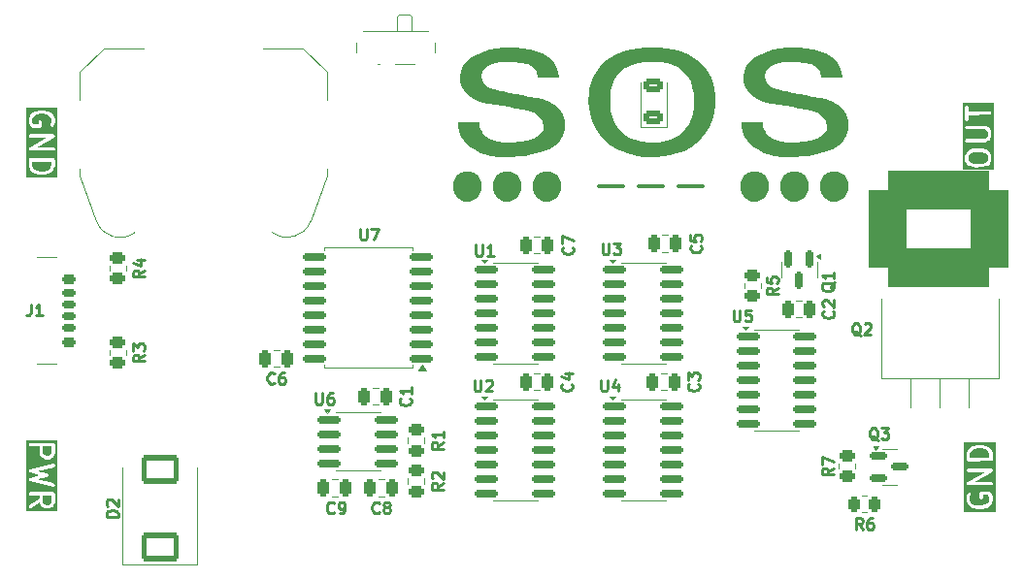
<source format=gto>
%TF.GenerationSoftware,KiCad,Pcbnew,8.0.2*%
%TF.CreationDate,2024-05-25T15:23:05+03:00*%
%TF.ProjectId,sos_business_card,736f735f-6275-4736-996e-6573735f6361,A*%
%TF.SameCoordinates,Original*%
%TF.FileFunction,Legend,Top*%
%TF.FilePolarity,Positive*%
%FSLAX46Y46*%
G04 Gerber Fmt 4.6, Leading zero omitted, Abs format (unit mm)*
G04 Created by KiCad (PCBNEW 8.0.2) date 2024-05-25 15:23:05*
%MOMM*%
%LPD*%
G01*
G04 APERTURE LIST*
G04 Aperture macros list*
%AMRoundRect*
0 Rectangle with rounded corners*
0 $1 Rounding radius*
0 $2 $3 $4 $5 $6 $7 $8 $9 X,Y pos of 4 corners*
0 Add a 4 corners polygon primitive as box body*
4,1,4,$2,$3,$4,$5,$6,$7,$8,$9,$2,$3,0*
0 Add four circle primitives for the rounded corners*
1,1,$1+$1,$2,$3*
1,1,$1+$1,$4,$5*
1,1,$1+$1,$6,$7*
1,1,$1+$1,$8,$9*
0 Add four rect primitives between the rounded corners*
20,1,$1+$1,$2,$3,$4,$5,0*
20,1,$1+$1,$4,$5,$6,$7,0*
20,1,$1+$1,$6,$7,$8,$9,0*
20,1,$1+$1,$8,$9,$2,$3,0*%
G04 Aperture macros list end*
%ADD10C,0.300000*%
%ADD11C,0.250000*%
%ADD12C,0.120000*%
%ADD13C,2.900000*%
%ADD14C,5.000000*%
%ADD15RoundRect,0.250000X-0.250000X-0.475000X0.250000X-0.475000X0.250000X0.475000X-0.250000X0.475000X0*%
%ADD16RoundRect,0.250000X1.400000X1.000000X-1.400000X1.000000X-1.400000X-1.000000X1.400000X-1.000000X0*%
%ADD17RoundRect,0.250000X0.450000X-0.262500X0.450000X0.262500X-0.450000X0.262500X-0.450000X-0.262500X0*%
%ADD18RoundRect,0.150000X-0.825000X-0.150000X0.825000X-0.150000X0.825000X0.150000X-0.825000X0.150000X0*%
%ADD19RoundRect,0.250000X-0.450000X0.262500X-0.450000X-0.262500X0.450000X-0.262500X0.450000X0.262500X0*%
%ADD20RoundRect,0.175000X-0.425000X0.175000X-0.425000X-0.175000X0.425000X-0.175000X0.425000X0.175000X0*%
%ADD21RoundRect,0.190000X0.410000X-0.190000X0.410000X0.190000X-0.410000X0.190000X-0.410000X-0.190000X0*%
%ADD22RoundRect,0.200000X0.400000X-0.200000X0.400000X0.200000X-0.400000X0.200000X-0.400000X-0.200000X0*%
%ADD23RoundRect,0.175000X0.425000X-0.175000X0.425000X0.175000X-0.425000X0.175000X-0.425000X-0.175000X0*%
%ADD24RoundRect,0.190000X-0.410000X0.190000X-0.410000X-0.190000X0.410000X-0.190000X0.410000X0.190000X0*%
%ADD25RoundRect,0.200000X-0.400000X0.200000X-0.400000X-0.200000X0.400000X-0.200000X0.400000X0.200000X0*%
%ADD26O,1.700000X1.100000*%
%ADD27RoundRect,0.250000X0.625000X-0.375000X0.625000X0.375000X-0.625000X0.375000X-0.625000X-0.375000X0*%
%ADD28RoundRect,0.150000X0.875000X0.150000X-0.875000X0.150000X-0.875000X-0.150000X0.875000X-0.150000X0*%
%ADD29R,1.000000X0.800000*%
%ADD30C,0.900000*%
%ADD31R,0.700000X1.500000*%
%ADD32R,1.905000X2.000000*%
%ADD33O,1.905000X2.000000*%
%ADD34RoundRect,1.654167X-4.406533X-3.387733X4.406533X-3.387733X4.406533X3.387733X-4.406533X3.387733X0*%
%ADD35RoundRect,0.150000X-0.150000X0.587500X-0.150000X-0.587500X0.150000X-0.587500X0.150000X0.587500X0*%
%ADD36RoundRect,0.250000X-0.262500X-0.450000X0.262500X-0.450000X0.262500X0.450000X-0.262500X0.450000X0*%
%ADD37RoundRect,0.150000X-0.587500X-0.150000X0.587500X-0.150000X0.587500X0.150000X-0.587500X0.150000X0*%
%ADD38R,1.270000X5.080000*%
%ADD39C,17.800000*%
G04 APERTURE END LIST*
D10*
G36*
X120095896Y-100844498D02*
G01*
X120020418Y-101077694D01*
X119874840Y-101226110D01*
X119724568Y-101303494D01*
X119377708Y-101392730D01*
X119128159Y-101395014D01*
X118781914Y-101310960D01*
X118622297Y-101233511D01*
X118470847Y-101084957D01*
X118393263Y-100858799D01*
X118391499Y-100549585D01*
X120094201Y-100547167D01*
X120095896Y-100844498D01*
G37*
G36*
X120615583Y-101914875D02*
G01*
X117871139Y-101914875D01*
X117871139Y-100399796D01*
X118093361Y-100399796D01*
X118096061Y-100873331D01*
X118094539Y-100894747D01*
X118096225Y-100902163D01*
X118096243Y-100905250D01*
X118097760Y-100908912D01*
X118101059Y-100923420D01*
X118191482Y-101187002D01*
X118191482Y-101190964D01*
X118199393Y-101210064D01*
X118208286Y-101235986D01*
X118211816Y-101240056D01*
X118213879Y-101245036D01*
X118232534Y-101267767D01*
X118424063Y-101455634D01*
X118437108Y-101470676D01*
X118443499Y-101474699D01*
X118445741Y-101476898D01*
X118449400Y-101478413D01*
X118461994Y-101486341D01*
X118644455Y-101574874D01*
X118655480Y-101583043D01*
X118677513Y-101590914D01*
X118679934Y-101592089D01*
X118681016Y-101592165D01*
X118683172Y-101592936D01*
X119055907Y-101683419D01*
X119071240Y-101689771D01*
X119089462Y-101691565D01*
X119093213Y-101692476D01*
X119095400Y-101692150D01*
X119100504Y-101692653D01*
X119377658Y-101690117D01*
X119393510Y-101692476D01*
X119411557Y-101689806D01*
X119415483Y-101689771D01*
X119417527Y-101688923D01*
X119422599Y-101688174D01*
X119791994Y-101593140D01*
X119806790Y-101592089D01*
X119828756Y-101583682D01*
X119831242Y-101583043D01*
X119832112Y-101582398D01*
X119834253Y-101581579D01*
X120023351Y-101484200D01*
X120040982Y-101476898D01*
X120046792Y-101472129D01*
X120049615Y-101470676D01*
X120052211Y-101467681D01*
X120063713Y-101458243D01*
X120236679Y-101281905D01*
X120240090Y-101280200D01*
X120253359Y-101264899D01*
X120272844Y-101245036D01*
X120274906Y-101240056D01*
X120278437Y-101235986D01*
X120290426Y-101209135D01*
X120382726Y-100923965D01*
X120390479Y-100905250D01*
X120391220Y-100897723D01*
X120392184Y-100894746D01*
X120391902Y-100890791D01*
X120393361Y-100875986D01*
X120390479Y-100370532D01*
X120368081Y-100316460D01*
X120326697Y-100275076D01*
X120272625Y-100252678D01*
X120243361Y-100249796D01*
X118214097Y-100252678D01*
X118160025Y-100275076D01*
X118118641Y-100316460D01*
X118096243Y-100370532D01*
X118093361Y-100399796D01*
X117871139Y-100399796D01*
X117871139Y-99436938D01*
X118093727Y-99436938D01*
X118096243Y-99456729D01*
X118096243Y-99476679D01*
X118099902Y-99485512D01*
X118101108Y-99494998D01*
X118111006Y-99512320D01*
X118118641Y-99530751D01*
X118125401Y-99537511D01*
X118130146Y-99545814D01*
X118145917Y-99558027D01*
X118160025Y-99572135D01*
X118168860Y-99575794D01*
X118176420Y-99581649D01*
X118195664Y-99586897D01*
X118214097Y-99594533D01*
X118229063Y-99596006D01*
X118232884Y-99597049D01*
X118235835Y-99596673D01*
X118243361Y-99597415D01*
X120272625Y-99594533D01*
X120326697Y-99572135D01*
X120368081Y-99530751D01*
X120390479Y-99476679D01*
X120390479Y-99418151D01*
X120368081Y-99364079D01*
X120326697Y-99322695D01*
X120272625Y-99300297D01*
X120243361Y-99297415D01*
X118803222Y-99299460D01*
X120308610Y-98436769D01*
X120326697Y-98429278D01*
X120333426Y-98422548D01*
X120341760Y-98417773D01*
X120353973Y-98402001D01*
X120368081Y-98387894D01*
X120371740Y-98379058D01*
X120377595Y-98371499D01*
X120382842Y-98352256D01*
X120390479Y-98333822D01*
X120390479Y-98324257D01*
X120392994Y-98315036D01*
X120390479Y-98295249D01*
X120390479Y-98275294D01*
X120386819Y-98266459D01*
X120385614Y-98256975D01*
X120375715Y-98239652D01*
X120368081Y-98221222D01*
X120361320Y-98214461D01*
X120356576Y-98206159D01*
X120340804Y-98193945D01*
X120326697Y-98179838D01*
X120317861Y-98176178D01*
X120310302Y-98170324D01*
X120291060Y-98165076D01*
X120272625Y-98157440D01*
X120257653Y-98155965D01*
X120253838Y-98154925D01*
X120250891Y-98155299D01*
X120243361Y-98154558D01*
X118214097Y-98157440D01*
X118160025Y-98179838D01*
X118118641Y-98221222D01*
X118096243Y-98275294D01*
X118096243Y-98333822D01*
X118118641Y-98387894D01*
X118160025Y-98429278D01*
X118214097Y-98451676D01*
X118243361Y-98454558D01*
X119683499Y-98452512D01*
X118178111Y-99315203D01*
X118160025Y-99322695D01*
X118153295Y-99329424D01*
X118144962Y-99334200D01*
X118132748Y-99349971D01*
X118118641Y-99364079D01*
X118114981Y-99372914D01*
X118109127Y-99380474D01*
X118103878Y-99399718D01*
X118096243Y-99418151D01*
X118096243Y-99427713D01*
X118093727Y-99436938D01*
X117871139Y-99436938D01*
X117871139Y-96875987D01*
X118093361Y-96875987D01*
X118095861Y-97066619D01*
X118094539Y-97085224D01*
X118096201Y-97092533D01*
X118096243Y-97095727D01*
X118097759Y-97099388D01*
X118101059Y-97113898D01*
X118191482Y-97377478D01*
X118191482Y-97381440D01*
X118199393Y-97400539D01*
X118208286Y-97426462D01*
X118211816Y-97430532D01*
X118213879Y-97435512D01*
X118232534Y-97458243D01*
X118350503Y-97572136D01*
X118382177Y-97585255D01*
X118404574Y-97594533D01*
X118433838Y-97597415D01*
X119129768Y-97594533D01*
X119183840Y-97572135D01*
X119225224Y-97530751D01*
X119247622Y-97476679D01*
X119247622Y-97476678D01*
X119250504Y-97447415D01*
X119247622Y-97037199D01*
X119225224Y-96983127D01*
X119183840Y-96941743D01*
X119129768Y-96919345D01*
X119071240Y-96919345D01*
X119017168Y-96941743D01*
X118975784Y-96983127D01*
X118953386Y-97037199D01*
X118950504Y-97066463D01*
X118952130Y-97298029D01*
X118496986Y-97299914D01*
X118470460Y-97274304D01*
X118393130Y-97048890D01*
X118391258Y-96906134D01*
X118466303Y-96674278D01*
X118611882Y-96525862D01*
X118762155Y-96448477D01*
X119109013Y-96359242D01*
X119358563Y-96356958D01*
X119704808Y-96441012D01*
X119864425Y-96518460D01*
X120015874Y-96667014D01*
X120093519Y-96893350D01*
X120095617Y-97122605D01*
X120003449Y-97312558D01*
X119999301Y-97370939D01*
X120017809Y-97426461D01*
X120056155Y-97470676D01*
X120108504Y-97496851D01*
X120166885Y-97500999D01*
X120222407Y-97482491D01*
X120266622Y-97444145D01*
X120282287Y-97419259D01*
X120365635Y-97247482D01*
X120368081Y-97245037D01*
X120375425Y-97227306D01*
X120388035Y-97201319D01*
X120388416Y-97195943D01*
X120390479Y-97190965D01*
X120393361Y-97161701D01*
X120390758Y-96877279D01*
X120392184Y-96857227D01*
X120390507Y-96849854D01*
X120390479Y-96846723D01*
X120388963Y-96843065D01*
X120385664Y-96828553D01*
X120295241Y-96564970D01*
X120295241Y-96561009D01*
X120287329Y-96541908D01*
X120278437Y-96515987D01*
X120274906Y-96511916D01*
X120272844Y-96506937D01*
X120254189Y-96484206D01*
X120062662Y-96296340D01*
X120049615Y-96281297D01*
X120043223Y-96277273D01*
X120040982Y-96275075D01*
X120037322Y-96273559D01*
X120024729Y-96265632D01*
X119842263Y-96177096D01*
X119831242Y-96168930D01*
X119809214Y-96161060D01*
X119806790Y-96159884D01*
X119805706Y-96159807D01*
X119803551Y-96159037D01*
X119430815Y-96068553D01*
X119415483Y-96062202D01*
X119397260Y-96060407D01*
X119393510Y-96059497D01*
X119391322Y-96059822D01*
X119386219Y-96059320D01*
X119109063Y-96061855D01*
X119093213Y-96059497D01*
X119075164Y-96062166D01*
X119071240Y-96062202D01*
X119069195Y-96063048D01*
X119064123Y-96063799D01*
X118694727Y-96158832D01*
X118679934Y-96159884D01*
X118657968Y-96168289D01*
X118655480Y-96168930D01*
X118654608Y-96169575D01*
X118652470Y-96170394D01*
X118463371Y-96267772D01*
X118445741Y-96275075D01*
X118439930Y-96279843D01*
X118437108Y-96281297D01*
X118434511Y-96284290D01*
X118423010Y-96293730D01*
X118250042Y-96470068D01*
X118246634Y-96471773D01*
X118233368Y-96487067D01*
X118213879Y-96506937D01*
X118211816Y-96511916D01*
X118208286Y-96515987D01*
X118196298Y-96542838D01*
X118103999Y-96827998D01*
X118096243Y-96846723D01*
X118095501Y-96854252D01*
X118094539Y-96857226D01*
X118094819Y-96861175D01*
X118093361Y-96875987D01*
X117871139Y-96875987D01*
X117871139Y-95837098D01*
X120615583Y-95837098D01*
X120615583Y-101914875D01*
G37*
X155405666Y-102146971D02*
X155405666Y-103289828D01*
X155538999Y-103432685D02*
X156072332Y-103861257D01*
X155538999Y-102004114D02*
X156072332Y-101575542D01*
X155538999Y-101861257D02*
X155538999Y-103575542D01*
X155672332Y-103575542D02*
X155672332Y-101861257D01*
X155805666Y-101718400D02*
X155805666Y-103718400D01*
X155938999Y-103718400D02*
X155938999Y-101718400D01*
X156072332Y-101575542D02*
X156072332Y-103861257D01*
X156205666Y-103861257D02*
X156205666Y-101575542D01*
X156338999Y-101575542D02*
X156338999Y-103861257D01*
X156472332Y-103861257D02*
X156472332Y-101575542D01*
X156605666Y-103861257D02*
X157138999Y-103432685D01*
X156605666Y-101575542D02*
X156605666Y-103861257D01*
X156605666Y-101575542D02*
X157138999Y-102004114D01*
X156738999Y-103718400D02*
X156738999Y-101718400D01*
X156872332Y-101718400D02*
X156872332Y-103718400D01*
X157005666Y-103575542D02*
X157005666Y-101861257D01*
X157138999Y-101861257D02*
X157138999Y-103575542D01*
X157272332Y-103289828D02*
X157272332Y-102146971D01*
X156072332Y-101575542D02*
X156605666Y-101575542D01*
X156605666Y-101575542D02*
X157138999Y-101861257D01*
X157138999Y-101861257D02*
X157405666Y-102432685D01*
X157405666Y-102432685D02*
X157405666Y-103004114D01*
X157405666Y-103004114D02*
X157138999Y-103575542D01*
X157138999Y-103575542D02*
X156605666Y-103861257D01*
X156605666Y-103861257D02*
X156072332Y-103861257D01*
X156072332Y-103861257D02*
X155538999Y-103575542D01*
X155538999Y-103575542D02*
X155272332Y-103004114D01*
X155272332Y-103004114D02*
X155272332Y-102432685D01*
X155272332Y-102432685D02*
X155538999Y-101861257D01*
X155538999Y-101861257D02*
X156072332Y-101575542D01*
X158872333Y-102146971D02*
X158872333Y-103289828D01*
X159005666Y-103432685D02*
X159538999Y-103861257D01*
X159005666Y-102004114D02*
X159538999Y-101575542D01*
X159005666Y-101861257D02*
X159005666Y-103575542D01*
X159138999Y-103575542D02*
X159138999Y-101861257D01*
X159272333Y-101718400D02*
X159272333Y-103718400D01*
X159405666Y-103718400D02*
X159405666Y-101718400D01*
X159538999Y-101575542D02*
X159538999Y-103861257D01*
X159672333Y-103861257D02*
X159672333Y-101575542D01*
X159805666Y-101575542D02*
X159805666Y-103861257D01*
X159938999Y-103861257D02*
X159938999Y-101575542D01*
X160072333Y-103861257D02*
X160605666Y-103432685D01*
X160072333Y-101575542D02*
X160072333Y-103861257D01*
X160072333Y-101575542D02*
X160605666Y-102004114D01*
X160205666Y-103718400D02*
X160205666Y-101718400D01*
X160338999Y-101718400D02*
X160338999Y-103718400D01*
X160472333Y-103575542D02*
X160472333Y-101861257D01*
X160605666Y-101861257D02*
X160605666Y-103575542D01*
X160738999Y-103289828D02*
X160738999Y-102146971D01*
X159538999Y-101575542D02*
X160072333Y-101575542D01*
X160072333Y-101575542D02*
X160605666Y-101861257D01*
X160605666Y-101861257D02*
X160872333Y-102432685D01*
X160872333Y-102432685D02*
X160872333Y-103004114D01*
X160872333Y-103004114D02*
X160605666Y-103575542D01*
X160605666Y-103575542D02*
X160072333Y-103861257D01*
X160072333Y-103861257D02*
X159538999Y-103861257D01*
X159538999Y-103861257D02*
X159005666Y-103575542D01*
X159005666Y-103575542D02*
X158738999Y-103004114D01*
X158738999Y-103004114D02*
X158738999Y-102432685D01*
X158738999Y-102432685D02*
X159005666Y-101861257D01*
X159005666Y-101861257D02*
X159538999Y-101575542D01*
X162339000Y-102146971D02*
X162339000Y-103289828D01*
X162472333Y-103432685D02*
X163005666Y-103861257D01*
X162472333Y-102004114D02*
X163005666Y-101575542D01*
X162472333Y-101861257D02*
X162472333Y-103575542D01*
X162605666Y-103575542D02*
X162605666Y-101861257D01*
X162739000Y-101718400D02*
X162739000Y-103718400D01*
X162872333Y-103718400D02*
X162872333Y-101718400D01*
X163005666Y-101575542D02*
X163005666Y-103861257D01*
X163139000Y-103861257D02*
X163139000Y-101575542D01*
X163272333Y-101575542D02*
X163272333Y-103861257D01*
X163405666Y-103861257D02*
X163405666Y-101575542D01*
X163539000Y-103861257D02*
X164072333Y-103432685D01*
X163539000Y-101575542D02*
X163539000Y-103861257D01*
X163539000Y-101575542D02*
X164072333Y-102004114D01*
X163672333Y-103718400D02*
X163672333Y-101718400D01*
X163805666Y-101718400D02*
X163805666Y-103718400D01*
X163939000Y-103575542D02*
X163939000Y-101861257D01*
X164072333Y-101861257D02*
X164072333Y-103575542D01*
X164205666Y-103289828D02*
X164205666Y-102146971D01*
X163005666Y-101575542D02*
X163539000Y-101575542D01*
X163539000Y-101575542D02*
X164072333Y-101861257D01*
X164072333Y-101861257D02*
X164339000Y-102432685D01*
X164339000Y-102432685D02*
X164339000Y-103004114D01*
X164339000Y-103004114D02*
X164072333Y-103575542D01*
X164072333Y-103575542D02*
X163539000Y-103861257D01*
X163539000Y-103861257D02*
X163005666Y-103861257D01*
X163005666Y-103861257D02*
X162472333Y-103575542D01*
X162472333Y-103575542D02*
X162205666Y-103004114D01*
X162205666Y-103004114D02*
X162205666Y-102432685D01*
X162205666Y-102432685D02*
X162472333Y-101861257D01*
X162472333Y-101861257D02*
X163005666Y-101575542D01*
X167805666Y-102718400D02*
X169939000Y-102718400D01*
X171272333Y-102718400D02*
X173405667Y-102718400D01*
X174739000Y-102718400D02*
X176872334Y-102718400D01*
X180472334Y-102146971D02*
X180472334Y-103289828D01*
X180605667Y-103432685D02*
X181139000Y-103861257D01*
X180605667Y-102004114D02*
X181139000Y-101575542D01*
X180605667Y-101861257D02*
X180605667Y-103575542D01*
X180739000Y-103575542D02*
X180739000Y-101861257D01*
X180872334Y-101718400D02*
X180872334Y-103718400D01*
X181005667Y-103718400D02*
X181005667Y-101718400D01*
X181139000Y-101575542D02*
X181139000Y-103861257D01*
X181272334Y-103861257D02*
X181272334Y-101575542D01*
X181405667Y-101575542D02*
X181405667Y-103861257D01*
X181539000Y-103861257D02*
X181539000Y-101575542D01*
X181672334Y-103861257D02*
X182205667Y-103432685D01*
X181672334Y-101575542D02*
X181672334Y-103861257D01*
X181672334Y-101575542D02*
X182205667Y-102004114D01*
X181805667Y-103718400D02*
X181805667Y-101718400D01*
X181939000Y-101718400D02*
X181939000Y-103718400D01*
X182072334Y-103575542D02*
X182072334Y-101861257D01*
X182205667Y-101861257D02*
X182205667Y-103575542D01*
X182339000Y-103289828D02*
X182339000Y-102146971D01*
X181139000Y-101575542D02*
X181672334Y-101575542D01*
X181672334Y-101575542D02*
X182205667Y-101861257D01*
X182205667Y-101861257D02*
X182472334Y-102432685D01*
X182472334Y-102432685D02*
X182472334Y-103004114D01*
X182472334Y-103004114D02*
X182205667Y-103575542D01*
X182205667Y-103575542D02*
X181672334Y-103861257D01*
X181672334Y-103861257D02*
X181139000Y-103861257D01*
X181139000Y-103861257D02*
X180605667Y-103575542D01*
X180605667Y-103575542D02*
X180339000Y-103004114D01*
X180339000Y-103004114D02*
X180339000Y-102432685D01*
X180339000Y-102432685D02*
X180605667Y-101861257D01*
X180605667Y-101861257D02*
X181139000Y-101575542D01*
X183939001Y-102146971D02*
X183939001Y-103289828D01*
X184072334Y-103432685D02*
X184605667Y-103861257D01*
X184072334Y-102004114D02*
X184605667Y-101575542D01*
X184072334Y-101861257D02*
X184072334Y-103575542D01*
X184205667Y-103575542D02*
X184205667Y-101861257D01*
X184339001Y-101718400D02*
X184339001Y-103718400D01*
X184472334Y-103718400D02*
X184472334Y-101718400D01*
X184605667Y-101575542D02*
X184605667Y-103861257D01*
X184739001Y-103861257D02*
X184739001Y-101575542D01*
X184872334Y-101575542D02*
X184872334Y-103861257D01*
X185005667Y-103861257D02*
X185005667Y-101575542D01*
X185139001Y-103861257D02*
X185672334Y-103432685D01*
X185139001Y-101575542D02*
X185139001Y-103861257D01*
X185139001Y-101575542D02*
X185672334Y-102004114D01*
X185272334Y-103718400D02*
X185272334Y-101718400D01*
X185405667Y-101718400D02*
X185405667Y-103718400D01*
X185539001Y-103575542D02*
X185539001Y-101861257D01*
X185672334Y-101861257D02*
X185672334Y-103575542D01*
X185805667Y-103289828D02*
X185805667Y-102146971D01*
X184605667Y-101575542D02*
X185139001Y-101575542D01*
X185139001Y-101575542D02*
X185672334Y-101861257D01*
X185672334Y-101861257D02*
X185939001Y-102432685D01*
X185939001Y-102432685D02*
X185939001Y-103004114D01*
X185939001Y-103004114D02*
X185672334Y-103575542D01*
X185672334Y-103575542D02*
X185139001Y-103861257D01*
X185139001Y-103861257D02*
X184605667Y-103861257D01*
X184605667Y-103861257D02*
X184072334Y-103575542D01*
X184072334Y-103575542D02*
X183805667Y-103004114D01*
X183805667Y-103004114D02*
X183805667Y-102432685D01*
X183805667Y-102432685D02*
X184072334Y-101861257D01*
X184072334Y-101861257D02*
X184605667Y-101575542D01*
X187405668Y-102146971D02*
X187405668Y-103289828D01*
X187539001Y-103432685D02*
X188072334Y-103861257D01*
X187539001Y-102004114D02*
X188072334Y-101575542D01*
X187539001Y-101861257D02*
X187539001Y-103575542D01*
X187672334Y-103575542D02*
X187672334Y-101861257D01*
X187805668Y-101718400D02*
X187805668Y-103718400D01*
X187939001Y-103718400D02*
X187939001Y-101718400D01*
X188072334Y-101575542D02*
X188072334Y-103861257D01*
X188205668Y-103861257D02*
X188205668Y-101575542D01*
X188339001Y-101575542D02*
X188339001Y-103861257D01*
X188472334Y-103861257D02*
X188472334Y-101575542D01*
X188605668Y-103861257D02*
X189139001Y-103432685D01*
X188605668Y-101575542D02*
X188605668Y-103861257D01*
X188605668Y-101575542D02*
X189139001Y-102004114D01*
X188739001Y-103718400D02*
X188739001Y-101718400D01*
X188872334Y-101718400D02*
X188872334Y-103718400D01*
X189005668Y-103575542D02*
X189005668Y-101861257D01*
X189139001Y-101861257D02*
X189139001Y-103575542D01*
X189272334Y-103289828D02*
X189272334Y-102146971D01*
X188072334Y-101575542D02*
X188605668Y-101575542D01*
X188605668Y-101575542D02*
X189139001Y-101861257D01*
X189139001Y-101861257D02*
X189405668Y-102432685D01*
X189405668Y-102432685D02*
X189405668Y-103004114D01*
X189405668Y-103004114D02*
X189139001Y-103575542D01*
X189139001Y-103575542D02*
X188605668Y-103861257D01*
X188605668Y-103861257D02*
X188072334Y-103861257D01*
X188072334Y-103861257D02*
X187539001Y-103575542D01*
X187539001Y-103575542D02*
X187272334Y-103004114D01*
X187272334Y-103004114D02*
X187272334Y-102432685D01*
X187272334Y-102432685D02*
X187539001Y-101861257D01*
X187539001Y-101861257D02*
X188072334Y-101575542D01*
G36*
X159663767Y-100141683D02*
G01*
X159075569Y-100118740D01*
X158454573Y-100038079D01*
X157876700Y-99899342D01*
X157515407Y-99774586D01*
X156969009Y-99515012D01*
X156502181Y-99197906D01*
X156114922Y-98823270D01*
X156047019Y-98741439D01*
X155791995Y-98343660D01*
X155620434Y-97899628D01*
X155532335Y-97409345D01*
X155519455Y-97116980D01*
X157395240Y-97116980D01*
X157450217Y-97559846D01*
X157647687Y-97991789D01*
X157682469Y-98040218D01*
X158050322Y-98401465D01*
X158473816Y-98649115D01*
X159041068Y-98825779D01*
X159599287Y-98875528D01*
X160211070Y-98863048D01*
X160933174Y-98807578D01*
X161548299Y-98707732D01*
X162166768Y-98520521D01*
X162688287Y-98204343D01*
X162969106Y-97788320D01*
X163022595Y-97455501D01*
X162935080Y-97004746D01*
X162620739Y-96577439D01*
X162158158Y-96280407D01*
X161622351Y-96082905D01*
X161193704Y-95980518D01*
X160588227Y-95884010D01*
X159984828Y-95784905D01*
X159438087Y-95692556D01*
X158835884Y-95588539D01*
X158230218Y-95485042D01*
X157676607Y-95391404D01*
X157109201Y-95181954D01*
X156637965Y-94919052D01*
X156199427Y-94533013D01*
X155899374Y-94070003D01*
X155755118Y-93625364D01*
X155707033Y-93127273D01*
X155773932Y-92641942D01*
X155974628Y-92195740D01*
X156309121Y-91788668D01*
X156777412Y-91420725D01*
X157105079Y-91228041D01*
X157662027Y-90973654D01*
X158253196Y-90781749D01*
X158878586Y-90652324D01*
X159538196Y-90585380D01*
X159930480Y-90575180D01*
X160606251Y-90594731D01*
X161231119Y-90653387D01*
X161805086Y-90751146D01*
X162410380Y-90914621D01*
X162946391Y-91131321D01*
X163418520Y-91403707D01*
X163845878Y-91789080D01*
X164140281Y-92247243D01*
X164286803Y-92697888D01*
X164335644Y-93202011D01*
X162459859Y-93202011D01*
X162378286Y-92723777D01*
X162100121Y-92321194D01*
X161624549Y-92047964D01*
X161037207Y-91914179D01*
X160450451Y-91857679D01*
X159822037Y-91841334D01*
X159176949Y-91874447D01*
X158547169Y-92001598D01*
X158011419Y-92270470D01*
X157689968Y-92669142D01*
X157585005Y-93114172D01*
X157582818Y-93197615D01*
X157727718Y-93657933D01*
X158162418Y-94029920D01*
X158700873Y-94258175D01*
X159301940Y-94411293D01*
X159414639Y-94432995D01*
X160020117Y-94545607D01*
X160623516Y-94659778D01*
X161170257Y-94764921D01*
X161772806Y-94882067D01*
X162379511Y-95000771D01*
X162934667Y-95110036D01*
X163500385Y-95338774D01*
X163970219Y-95614202D01*
X164407452Y-96006347D01*
X164706611Y-96465725D01*
X164850438Y-96899898D01*
X164898380Y-97380762D01*
X164856234Y-97825186D01*
X164694392Y-98309474D01*
X164411170Y-98740284D01*
X164006566Y-99117617D01*
X163480582Y-99441471D01*
X163172071Y-99583344D01*
X162628124Y-99773092D01*
X162031625Y-99923582D01*
X161382577Y-100034814D01*
X160801560Y-100097518D01*
X160184050Y-100132959D01*
X159663767Y-100141683D01*
G37*
G36*
X173149499Y-90595822D02*
G01*
X173769708Y-90657749D01*
X174350074Y-90760961D01*
X175019505Y-90948032D01*
X175626682Y-91199610D01*
X176171606Y-91515696D01*
X176654277Y-91896289D01*
X177043524Y-92303415D01*
X177366798Y-92749932D01*
X177624097Y-93235841D01*
X177815422Y-93761140D01*
X177920981Y-94209742D01*
X177984316Y-94683554D01*
X178005428Y-95182577D01*
X177984362Y-95692281D01*
X177921164Y-96179454D01*
X177815835Y-96644095D01*
X177668373Y-97086205D01*
X177478779Y-97505784D01*
X177182540Y-97998573D01*
X176820469Y-98456156D01*
X176657208Y-98629332D01*
X176265106Y-98983789D01*
X175836185Y-99290986D01*
X175248256Y-99608520D01*
X174602797Y-99852210D01*
X174045007Y-99993993D01*
X173450398Y-100088515D01*
X172818969Y-100135776D01*
X172489448Y-100141683D01*
X171830725Y-100118053D01*
X171210104Y-100047161D01*
X170627584Y-99929009D01*
X170083167Y-99763595D01*
X169456226Y-99490368D01*
X168888820Y-99143295D01*
X168477759Y-98812468D01*
X168286517Y-98629332D01*
X167898113Y-98185831D01*
X167575541Y-97707124D01*
X167318800Y-97193212D01*
X167160805Y-96756735D01*
X167044942Y-96297726D01*
X166971212Y-95816186D01*
X166939613Y-95312115D01*
X166938363Y-95189171D01*
X168814081Y-95189171D01*
X168832900Y-95673899D01*
X168889358Y-96126534D01*
X169006789Y-96627334D01*
X169178419Y-97081921D01*
X169404248Y-97490294D01*
X169584912Y-97736868D01*
X169970109Y-98123835D01*
X170428878Y-98430739D01*
X170961216Y-98657582D01*
X171567126Y-98804362D01*
X172246605Y-98871081D01*
X172489448Y-98875528D01*
X173084589Y-98847783D01*
X173728108Y-98741239D01*
X174294553Y-98554789D01*
X174783924Y-98288430D01*
X175196221Y-97942165D01*
X175373467Y-97739066D01*
X175668110Y-97297734D01*
X175863061Y-96867542D01*
X176004844Y-96389436D01*
X176093459Y-95863417D01*
X176126689Y-95388468D01*
X176129643Y-95189171D01*
X176097649Y-94590876D01*
X176001667Y-94051430D01*
X175841698Y-93570832D01*
X175617740Y-93149083D01*
X175219594Y-92678294D01*
X174707692Y-92312124D01*
X174082033Y-92050574D01*
X173342618Y-91893644D01*
X172713405Y-91844604D01*
X172489448Y-91841334D01*
X171832619Y-91870759D01*
X171240397Y-91959032D01*
X170551266Y-92168272D01*
X169976990Y-92482131D01*
X169517569Y-92900611D01*
X169173004Y-93423710D01*
X168989953Y-93884692D01*
X168871509Y-94404522D01*
X168817670Y-94983201D01*
X168814081Y-95189171D01*
X166938363Y-95189171D01*
X166938296Y-95182577D01*
X166959408Y-94683554D01*
X167022743Y-94209742D01*
X167128302Y-93761140D01*
X167319627Y-93235841D01*
X167576926Y-92749932D01*
X167900200Y-92303415D01*
X168289448Y-91896289D01*
X168781478Y-91515696D01*
X169334330Y-91199610D01*
X169948004Y-90948032D01*
X170622501Y-90760961D01*
X171205890Y-90657749D01*
X171828206Y-90595822D01*
X172489448Y-90575180D01*
X173149499Y-90595822D01*
G37*
G36*
X184388959Y-100141683D02*
G01*
X183800761Y-100118740D01*
X183179765Y-100038079D01*
X182601891Y-99899342D01*
X182240599Y-99774586D01*
X181694201Y-99515012D01*
X181227373Y-99197906D01*
X180840114Y-98823270D01*
X180772211Y-98741439D01*
X180517187Y-98343660D01*
X180345626Y-97899628D01*
X180257526Y-97409345D01*
X180244646Y-97116980D01*
X182120432Y-97116980D01*
X182175409Y-97559846D01*
X182372879Y-97991789D01*
X182407661Y-98040218D01*
X182775514Y-98401465D01*
X183199008Y-98649115D01*
X183766260Y-98825779D01*
X184324479Y-98875528D01*
X184936262Y-98863048D01*
X185658365Y-98807578D01*
X186273491Y-98707732D01*
X186891960Y-98520521D01*
X187413479Y-98204343D01*
X187694298Y-97788320D01*
X187747787Y-97455501D01*
X187660271Y-97004746D01*
X187345931Y-96577439D01*
X186883350Y-96280407D01*
X186347542Y-96082905D01*
X185918896Y-95980518D01*
X185313419Y-95884010D01*
X184710020Y-95784905D01*
X184163279Y-95692556D01*
X183561076Y-95588539D01*
X182955410Y-95485042D01*
X182401799Y-95391404D01*
X181834393Y-95181954D01*
X181363157Y-94919052D01*
X180924619Y-94533013D01*
X180624566Y-94070003D01*
X180480310Y-93625364D01*
X180432225Y-93127273D01*
X180499124Y-92641942D01*
X180699820Y-92195740D01*
X181034313Y-91788668D01*
X181502604Y-91420725D01*
X181830271Y-91228041D01*
X182387219Y-90973654D01*
X182978388Y-90781749D01*
X183603777Y-90652324D01*
X184263388Y-90585380D01*
X184655672Y-90575180D01*
X185331443Y-90594731D01*
X185956311Y-90653387D01*
X186530278Y-90751146D01*
X187135572Y-90914621D01*
X187671583Y-91131321D01*
X188143712Y-91403707D01*
X188571070Y-91789080D01*
X188865473Y-92247243D01*
X189011995Y-92697888D01*
X189060836Y-93202011D01*
X187185051Y-93202011D01*
X187103478Y-92723777D01*
X186825313Y-92321194D01*
X186349741Y-92047964D01*
X185762399Y-91914179D01*
X185175643Y-91857679D01*
X184547228Y-91841334D01*
X183902141Y-91874447D01*
X183272361Y-92001598D01*
X182736610Y-92270470D01*
X182415160Y-92669142D01*
X182310197Y-93114172D01*
X182308010Y-93197615D01*
X182452910Y-93657933D01*
X182887610Y-94029920D01*
X183426065Y-94258175D01*
X184027131Y-94411293D01*
X184139831Y-94432995D01*
X184745308Y-94545607D01*
X185348708Y-94659778D01*
X185895449Y-94764921D01*
X186497998Y-94882067D01*
X187104703Y-95000771D01*
X187659859Y-95110036D01*
X188225577Y-95338774D01*
X188695411Y-95614202D01*
X189132644Y-96006347D01*
X189431803Y-96465725D01*
X189575630Y-96899898D01*
X189623572Y-97380762D01*
X189581426Y-97825186D01*
X189419584Y-98309474D01*
X189136362Y-98740284D01*
X188731758Y-99117617D01*
X188205774Y-99441471D01*
X187897263Y-99583344D01*
X187353315Y-99773092D01*
X186756817Y-99923582D01*
X186107769Y-100034814D01*
X185526752Y-100097518D01*
X184909242Y-100132959D01*
X184388959Y-100141683D01*
G37*
G36*
X201512084Y-125638038D02*
G01*
X201671701Y-125715486D01*
X201823151Y-125864040D01*
X201900735Y-126090199D01*
X201902499Y-126399413D01*
X200199797Y-126401831D01*
X200198102Y-126104500D01*
X200273581Y-125871303D01*
X200419158Y-125722888D01*
X200569431Y-125645503D01*
X200916289Y-125556268D01*
X201165839Y-125553984D01*
X201512084Y-125638038D01*
G37*
G36*
X202422860Y-131111901D02*
G01*
X199678416Y-131111901D01*
X199678416Y-129787298D01*
X199900638Y-129787298D01*
X199903240Y-130071728D01*
X199901816Y-130091772D01*
X199903491Y-130099140D01*
X199903520Y-130102276D01*
X199905036Y-130105936D01*
X199908335Y-130120446D01*
X199998758Y-130384028D01*
X199998758Y-130387990D01*
X200006669Y-130407090D01*
X200015562Y-130433012D01*
X200019092Y-130437082D01*
X200021155Y-130442062D01*
X200039810Y-130464793D01*
X200231339Y-130652660D01*
X200244384Y-130667702D01*
X200250775Y-130671725D01*
X200253017Y-130673924D01*
X200256676Y-130675439D01*
X200269270Y-130683367D01*
X200451731Y-130771900D01*
X200462756Y-130780069D01*
X200484789Y-130787940D01*
X200487210Y-130789115D01*
X200488292Y-130789191D01*
X200490448Y-130789962D01*
X200863183Y-130880445D01*
X200878516Y-130886797D01*
X200896738Y-130888591D01*
X200900489Y-130889502D01*
X200902676Y-130889176D01*
X200907780Y-130889679D01*
X201184934Y-130887143D01*
X201200786Y-130889502D01*
X201218833Y-130886832D01*
X201222759Y-130886797D01*
X201224803Y-130885949D01*
X201229875Y-130885200D01*
X201599270Y-130790166D01*
X201614066Y-130789115D01*
X201636032Y-130780708D01*
X201638518Y-130780069D01*
X201639388Y-130779424D01*
X201641529Y-130778605D01*
X201830627Y-130681226D01*
X201848258Y-130673924D01*
X201854068Y-130669155D01*
X201856891Y-130667702D01*
X201859487Y-130664707D01*
X201870989Y-130655269D01*
X202043956Y-130478931D01*
X202047367Y-130477226D01*
X202060637Y-130461924D01*
X202080120Y-130442063D01*
X202082182Y-130437083D01*
X202085714Y-130433012D01*
X202097703Y-130406161D01*
X202190003Y-130120991D01*
X202197756Y-130102276D01*
X202198497Y-130094749D01*
X202199461Y-130091772D01*
X202199179Y-130087817D01*
X202200638Y-130073012D01*
X202198137Y-129882380D01*
X202199460Y-129863775D01*
X202197797Y-129856465D01*
X202197756Y-129853272D01*
X202196238Y-129849609D01*
X202192940Y-129835102D01*
X202102518Y-129571520D01*
X202102518Y-129567559D01*
X202094605Y-129548456D01*
X202085714Y-129522537D01*
X202082184Y-129518467D01*
X202080121Y-129513486D01*
X202061466Y-129490756D01*
X201943496Y-129376863D01*
X201921098Y-129367586D01*
X201889425Y-129354466D01*
X201860161Y-129351584D01*
X201164231Y-129354466D01*
X201110159Y-129376864D01*
X201068775Y-129418248D01*
X201046377Y-129472320D01*
X201043495Y-129501584D01*
X201046377Y-129911800D01*
X201068775Y-129965872D01*
X201110159Y-130007256D01*
X201164231Y-130029654D01*
X201222759Y-130029654D01*
X201276831Y-130007256D01*
X201318215Y-129965872D01*
X201340613Y-129911800D01*
X201343495Y-129882536D01*
X201341868Y-129650969D01*
X201797012Y-129649084D01*
X201823540Y-129674695D01*
X201900868Y-129900107D01*
X201902740Y-130042862D01*
X201827696Y-130274720D01*
X201682115Y-130423137D01*
X201531844Y-130500520D01*
X201184984Y-130589756D01*
X200935435Y-130592040D01*
X200589190Y-130507986D01*
X200429573Y-130430537D01*
X200278124Y-130281984D01*
X200200479Y-130055648D01*
X200198381Y-129826393D01*
X200290550Y-129636440D01*
X200294698Y-129578060D01*
X200276191Y-129522538D01*
X200237844Y-129478323D01*
X200185495Y-129452148D01*
X200127115Y-129448000D01*
X200071592Y-129466507D01*
X200027377Y-129504854D01*
X200011712Y-129529740D01*
X199928362Y-129701517D01*
X199925918Y-129703962D01*
X199918576Y-129721686D01*
X199905964Y-129747679D01*
X199905581Y-129753056D01*
X199903520Y-129758034D01*
X199900638Y-129787298D01*
X199678416Y-129787298D01*
X199678416Y-128633964D01*
X199901004Y-128633964D01*
X199903520Y-128653755D01*
X199903520Y-128673705D01*
X199907179Y-128682538D01*
X199908385Y-128692024D01*
X199918283Y-128709346D01*
X199925918Y-128727777D01*
X199932678Y-128734537D01*
X199937423Y-128742840D01*
X199953194Y-128755053D01*
X199967302Y-128769161D01*
X199976137Y-128772820D01*
X199983697Y-128778675D01*
X200002941Y-128783923D01*
X200021374Y-128791559D01*
X200036340Y-128793032D01*
X200040161Y-128794075D01*
X200043112Y-128793699D01*
X200050638Y-128794441D01*
X202079902Y-128791559D01*
X202133974Y-128769161D01*
X202175358Y-128727777D01*
X202197756Y-128673705D01*
X202197756Y-128615177D01*
X202175358Y-128561105D01*
X202133974Y-128519721D01*
X202079902Y-128497323D01*
X202050638Y-128494441D01*
X200610499Y-128496486D01*
X202115887Y-127633795D01*
X202133974Y-127626304D01*
X202140703Y-127619574D01*
X202149037Y-127614799D01*
X202161250Y-127599027D01*
X202175358Y-127584920D01*
X202179017Y-127576084D01*
X202184872Y-127568525D01*
X202190119Y-127549282D01*
X202197756Y-127530848D01*
X202197756Y-127521283D01*
X202200271Y-127512062D01*
X202197756Y-127492275D01*
X202197756Y-127472320D01*
X202194096Y-127463485D01*
X202192891Y-127454001D01*
X202182992Y-127436678D01*
X202175358Y-127418248D01*
X202168597Y-127411487D01*
X202163853Y-127403185D01*
X202148081Y-127390971D01*
X202133974Y-127376864D01*
X202125138Y-127373204D01*
X202117579Y-127367350D01*
X202098337Y-127362102D01*
X202079902Y-127354466D01*
X202064930Y-127352991D01*
X202061115Y-127351951D01*
X202058168Y-127352325D01*
X202050638Y-127351584D01*
X200021374Y-127354466D01*
X199967302Y-127376864D01*
X199925918Y-127418248D01*
X199903520Y-127472320D01*
X199903520Y-127530848D01*
X199925918Y-127584920D01*
X199967302Y-127626304D01*
X200021374Y-127648702D01*
X200050638Y-127651584D01*
X201490776Y-127649538D01*
X199985388Y-128512229D01*
X199967302Y-128519721D01*
X199960572Y-128526450D01*
X199952239Y-128531226D01*
X199940025Y-128546997D01*
X199925918Y-128561105D01*
X199922258Y-128569940D01*
X199916404Y-128577500D01*
X199911155Y-128596744D01*
X199903520Y-128615177D01*
X199903520Y-128624739D01*
X199901004Y-128633964D01*
X199678416Y-128633964D01*
X199678416Y-126073013D01*
X199900638Y-126073013D01*
X199903520Y-126578467D01*
X199925918Y-126632539D01*
X199967302Y-126673923D01*
X200021374Y-126696321D01*
X200050638Y-126699203D01*
X202079902Y-126696321D01*
X202133974Y-126673923D01*
X202175358Y-126632539D01*
X202197756Y-126578467D01*
X202200638Y-126549203D01*
X202197938Y-126075677D01*
X202199461Y-126054253D01*
X202197773Y-126046831D01*
X202197756Y-126043749D01*
X202196240Y-126040091D01*
X202192941Y-126025579D01*
X202102517Y-125761993D01*
X202102517Y-125758034D01*
X202094609Y-125738943D01*
X202085714Y-125713013D01*
X202082182Y-125708941D01*
X202080120Y-125703962D01*
X202061465Y-125681231D01*
X201869937Y-125493366D01*
X201856891Y-125478323D01*
X201850499Y-125474299D01*
X201848258Y-125472101D01*
X201844598Y-125470585D01*
X201832005Y-125462658D01*
X201649539Y-125374122D01*
X201638518Y-125365956D01*
X201616490Y-125358086D01*
X201614066Y-125356910D01*
X201612982Y-125356833D01*
X201610827Y-125356063D01*
X201238091Y-125265579D01*
X201222759Y-125259228D01*
X201204536Y-125257433D01*
X201200786Y-125256523D01*
X201198598Y-125256848D01*
X201193495Y-125256346D01*
X200916339Y-125258881D01*
X200900489Y-125256523D01*
X200882440Y-125259192D01*
X200878516Y-125259228D01*
X200876471Y-125260074D01*
X200871399Y-125260825D01*
X200502003Y-125355858D01*
X200487210Y-125356910D01*
X200465244Y-125365315D01*
X200462756Y-125365956D01*
X200461884Y-125366601D01*
X200459746Y-125367420D01*
X200270647Y-125464798D01*
X200253017Y-125472101D01*
X200247206Y-125476869D01*
X200244384Y-125478323D01*
X200241787Y-125481316D01*
X200230286Y-125490756D01*
X200057319Y-125667093D01*
X200053909Y-125668799D01*
X200040639Y-125684099D01*
X200021155Y-125703963D01*
X200019092Y-125708942D01*
X200015562Y-125713013D01*
X200003573Y-125739864D01*
X199911276Y-126025023D01*
X199903520Y-126043749D01*
X199902778Y-126051279D01*
X199901816Y-126054253D01*
X199902096Y-126058201D01*
X199900638Y-126073013D01*
X199678416Y-126073013D01*
X199678416Y-125034124D01*
X202422860Y-125034124D01*
X202422860Y-131111901D01*
G37*
G36*
X201558653Y-99788933D02*
G01*
X201702333Y-99929866D01*
X201773857Y-100068758D01*
X201776037Y-100379098D01*
X201709734Y-100515743D01*
X201564969Y-100663328D01*
X201248628Y-100744713D01*
X200619114Y-100747320D01*
X200288622Y-100667091D01*
X200144942Y-100526158D01*
X200073418Y-100387266D01*
X200071238Y-100076926D01*
X200137540Y-99940281D01*
X200282305Y-99792695D01*
X200598645Y-99711311D01*
X201228160Y-99708704D01*
X201558653Y-99788933D01*
G37*
G36*
X202295860Y-101266901D02*
G01*
X199551416Y-101266901D01*
X199551416Y-100037536D01*
X199773638Y-100037536D01*
X199776154Y-100395711D01*
X199774816Y-100399727D01*
X199776332Y-100421071D01*
X199776520Y-100447753D01*
X199778581Y-100452730D01*
X199778964Y-100458108D01*
X199789474Y-100485571D01*
X199886852Y-100674669D01*
X199894155Y-100692300D01*
X199898923Y-100698110D01*
X199900377Y-100700933D01*
X199903371Y-100703529D01*
X199912810Y-100715031D01*
X200093451Y-100892218D01*
X200098255Y-100900225D01*
X200111985Y-100910399D01*
X200126017Y-100924162D01*
X200136318Y-100928429D01*
X200145280Y-100935069D01*
X200172972Y-100944962D01*
X200545707Y-101035445D01*
X200561040Y-101041797D01*
X200579262Y-101043591D01*
X200583013Y-101044502D01*
X200585200Y-101044176D01*
X200590304Y-101044679D01*
X201247172Y-101041958D01*
X201264262Y-101044502D01*
X201282446Y-101041812D01*
X201286235Y-101041797D01*
X201288279Y-101040949D01*
X201293351Y-101040200D01*
X201657333Y-100946559D01*
X201667186Y-100946559D01*
X201683338Y-100939868D01*
X201701994Y-100935069D01*
X201710954Y-100928429D01*
X201721258Y-100924162D01*
X201743989Y-100905507D01*
X201931856Y-100713978D01*
X201946899Y-100700933D01*
X201950922Y-100694541D01*
X201953120Y-100692301D01*
X201954635Y-100688643D01*
X201962564Y-100676047D01*
X202045912Y-100504270D01*
X202048358Y-100501825D01*
X202055702Y-100484094D01*
X202068312Y-100458107D01*
X202068693Y-100452731D01*
X202070756Y-100447753D01*
X202073638Y-100418489D01*
X202071121Y-100060313D01*
X202072460Y-100056298D01*
X202070943Y-100034953D01*
X202070756Y-100008272D01*
X202068693Y-100003293D01*
X202068312Y-99997918D01*
X202057802Y-99970454D01*
X201960420Y-99781349D01*
X201953120Y-99763724D01*
X201948352Y-99757915D01*
X201946899Y-99755092D01*
X201943904Y-99752495D01*
X201934465Y-99740993D01*
X201753823Y-99563805D01*
X201749020Y-99555800D01*
X201735290Y-99545626D01*
X201721258Y-99531863D01*
X201710954Y-99527595D01*
X201701994Y-99520956D01*
X201674303Y-99511063D01*
X201301567Y-99420579D01*
X201286235Y-99414228D01*
X201268012Y-99412433D01*
X201264262Y-99411523D01*
X201262074Y-99411848D01*
X201256971Y-99411346D01*
X200600102Y-99414066D01*
X200583013Y-99411523D01*
X200564827Y-99414212D01*
X200561040Y-99414228D01*
X200558995Y-99415074D01*
X200553923Y-99415825D01*
X200189941Y-99509466D01*
X200180089Y-99509466D01*
X200163937Y-99516155D01*
X200145280Y-99520956D01*
X200136318Y-99527595D01*
X200126017Y-99531863D01*
X200103286Y-99550518D01*
X199915420Y-99742044D01*
X199900377Y-99755092D01*
X199896353Y-99761483D01*
X199894155Y-99763725D01*
X199892639Y-99767384D01*
X199884712Y-99779978D01*
X199801362Y-99951755D01*
X199798918Y-99954200D01*
X199791576Y-99971924D01*
X199778964Y-99997917D01*
X199778581Y-100003294D01*
X199776520Y-100008272D01*
X199773638Y-100037536D01*
X199551416Y-100037536D01*
X199551416Y-97532082D01*
X199776520Y-97532082D01*
X199776520Y-97590610D01*
X199798918Y-97644682D01*
X199840302Y-97686066D01*
X199894374Y-97708464D01*
X199923638Y-97711346D01*
X201502550Y-97708585D01*
X201640351Y-97775448D01*
X201703009Y-97835940D01*
X201773857Y-97973520D01*
X201776037Y-98283860D01*
X201709534Y-98420918D01*
X201649043Y-98483573D01*
X201511783Y-98554257D01*
X199894374Y-98557085D01*
X199840302Y-98579483D01*
X199798918Y-98620867D01*
X199776520Y-98674939D01*
X199776520Y-98733467D01*
X199798918Y-98787539D01*
X199840302Y-98828923D01*
X199894374Y-98851321D01*
X199923638Y-98854203D01*
X201519088Y-98851413D01*
X201523923Y-98853025D01*
X201547299Y-98851364D01*
X201571949Y-98851321D01*
X201576926Y-98849259D01*
X201582304Y-98848877D01*
X201609767Y-98838367D01*
X201798866Y-98740987D01*
X201816496Y-98733686D01*
X201822306Y-98728917D01*
X201825129Y-98727464D01*
X201827725Y-98724470D01*
X201839226Y-98715032D01*
X201933917Y-98616953D01*
X201946899Y-98605695D01*
X201950855Y-98599409D01*
X201953121Y-98597063D01*
X201954637Y-98593400D01*
X201962564Y-98580809D01*
X202045912Y-98409032D01*
X202048358Y-98406587D01*
X202055702Y-98388856D01*
X202068312Y-98362869D01*
X202068693Y-98357493D01*
X202070756Y-98352515D01*
X202073638Y-98323251D01*
X202071121Y-97965075D01*
X202072460Y-97961060D01*
X202070943Y-97939715D01*
X202070756Y-97913034D01*
X202068693Y-97908055D01*
X202068312Y-97902680D01*
X202057802Y-97875216D01*
X201960425Y-97686120D01*
X201953121Y-97668486D01*
X201948351Y-97662674D01*
X201946899Y-97659854D01*
X201943906Y-97657258D01*
X201934466Y-97645756D01*
X201836391Y-97551070D01*
X201825129Y-97538085D01*
X201818840Y-97534126D01*
X201816496Y-97531863D01*
X201812836Y-97530347D01*
X201800243Y-97522420D01*
X201628465Y-97439070D01*
X201626021Y-97436626D01*
X201608296Y-97429284D01*
X201582304Y-97416672D01*
X201576926Y-97416289D01*
X201571949Y-97414228D01*
X201542685Y-97411346D01*
X199894374Y-97414228D01*
X199840302Y-97436626D01*
X199798918Y-97478010D01*
X199776520Y-97532082D01*
X199551416Y-97532082D01*
X199551416Y-95751822D01*
X199773638Y-95751822D01*
X199776520Y-96923943D01*
X199798918Y-96978015D01*
X199840302Y-97019399D01*
X199894374Y-97041797D01*
X199952902Y-97041797D01*
X200006974Y-97019399D01*
X200048358Y-96978015D01*
X200070756Y-96923943D01*
X200073638Y-96894679D01*
X200072601Y-96473039D01*
X201952902Y-96470369D01*
X202006974Y-96447971D01*
X202048358Y-96406587D01*
X202070756Y-96352515D01*
X202070756Y-96293987D01*
X202048358Y-96239915D01*
X202006974Y-96198531D01*
X201952902Y-96176133D01*
X201923638Y-96173251D01*
X200071870Y-96175880D01*
X200070756Y-95722558D01*
X200048358Y-95668486D01*
X200006974Y-95627102D01*
X199952902Y-95604704D01*
X199894374Y-95604704D01*
X199840302Y-95627102D01*
X199798918Y-95668486D01*
X199776520Y-95722558D01*
X199773638Y-95751822D01*
X199551416Y-95751822D01*
X199551416Y-95382482D01*
X202295860Y-95382482D01*
X202295860Y-101266901D01*
G37*
G36*
X120095991Y-130268311D02*
G01*
X120029257Y-130405844D01*
X119968767Y-130468499D01*
X119831055Y-130539415D01*
X119615790Y-130541385D01*
X119479027Y-130475025D01*
X119416370Y-130414534D01*
X119345629Y-130277161D01*
X119344709Y-130024855D01*
X119345706Y-130019211D01*
X119344672Y-130014545D01*
X119343507Y-129694709D01*
X120093897Y-129693643D01*
X120095991Y-130268311D01*
G37*
G36*
X120095991Y-125982597D02*
G01*
X120029257Y-126120130D01*
X119968767Y-126182785D01*
X119831055Y-126253701D01*
X119615790Y-126255671D01*
X119479027Y-126189311D01*
X119416370Y-126128820D01*
X119345629Y-125991447D01*
X119343507Y-125408995D01*
X120093897Y-125407929D01*
X120095991Y-125982597D01*
G37*
G36*
X120615583Y-131061351D02*
G01*
X117871174Y-131061351D01*
X117871174Y-130692380D01*
X118093396Y-130692380D01*
X118106055Y-130749522D01*
X118139619Y-130797470D01*
X118188976Y-130828923D01*
X118246612Y-130839094D01*
X118303754Y-130826435D01*
X118329380Y-130812014D01*
X119048119Y-130306301D01*
X119048531Y-130312098D01*
X119048624Y-130337441D01*
X119050685Y-130342418D01*
X119051068Y-130347796D01*
X119061578Y-130375259D01*
X119158957Y-130564360D01*
X119166260Y-130581989D01*
X119171027Y-130587797D01*
X119172481Y-130590621D01*
X119175475Y-130593218D01*
X119184915Y-130604720D01*
X119282990Y-130699406D01*
X119294251Y-130712390D01*
X119300539Y-130716348D01*
X119302885Y-130718613D01*
X119306546Y-130720129D01*
X119319137Y-130728055D01*
X119490913Y-130811403D01*
X119493359Y-130813849D01*
X119511089Y-130821193D01*
X119537077Y-130833803D01*
X119542452Y-130834184D01*
X119547431Y-130836247D01*
X119576695Y-130839129D01*
X119839954Y-130836720D01*
X119843647Y-130837951D01*
X119864076Y-130836499D01*
X119891673Y-130836247D01*
X119896650Y-130834185D01*
X119902028Y-130833803D01*
X119929491Y-130823293D01*
X120118589Y-130725914D01*
X120136220Y-130718612D01*
X120142030Y-130713843D01*
X120144853Y-130712390D01*
X120147449Y-130709395D01*
X120158951Y-130699957D01*
X120253636Y-130601882D01*
X120266622Y-130590621D01*
X120270580Y-130584332D01*
X120272844Y-130581988D01*
X120274359Y-130578328D01*
X120282287Y-130565735D01*
X120365635Y-130393958D01*
X120368081Y-130391513D01*
X120375425Y-130373782D01*
X120388035Y-130347795D01*
X120388416Y-130342419D01*
X120390479Y-130337441D01*
X120393361Y-130308177D01*
X120390479Y-129517008D01*
X120368081Y-129462936D01*
X120326697Y-129421552D01*
X120272625Y-129399154D01*
X120243361Y-129396272D01*
X118214097Y-129399154D01*
X118160025Y-129421552D01*
X118118641Y-129462936D01*
X118096243Y-129517008D01*
X118096243Y-129575536D01*
X118118641Y-129629608D01*
X118160025Y-129670992D01*
X118214097Y-129693390D01*
X118243361Y-129696272D01*
X119046284Y-129695131D01*
X119047189Y-129943575D01*
X118135020Y-130585387D01*
X118103567Y-130634744D01*
X118093396Y-130692380D01*
X117871174Y-130692380D01*
X117871174Y-127551879D01*
X118093466Y-127551879D01*
X118098510Y-127573068D01*
X118101380Y-127594658D01*
X118105237Y-127601321D01*
X118107022Y-127608816D01*
X118119792Y-127626461D01*
X118130703Y-127645308D01*
X118136819Y-127649990D01*
X118141335Y-127656229D01*
X118159881Y-127667642D01*
X118177178Y-127680882D01*
X118187972Y-127684930D01*
X118191179Y-127686903D01*
X118194769Y-127687478D01*
X118204712Y-127691207D01*
X119095260Y-127926864D01*
X118212014Y-128164205D01*
X118191179Y-128167546D01*
X118184663Y-128171555D01*
X118177178Y-128173567D01*
X118159885Y-128186803D01*
X118141335Y-128198219D01*
X118136818Y-128204459D01*
X118130703Y-128209141D01*
X118119792Y-128227987D01*
X118107022Y-128245633D01*
X118105237Y-128253126D01*
X118101380Y-128259790D01*
X118098510Y-128281381D01*
X118093466Y-128302570D01*
X118094684Y-128310172D01*
X118093670Y-128317808D01*
X118099282Y-128338855D01*
X118102730Y-128360359D01*
X118106766Y-128366918D01*
X118108751Y-128374360D01*
X118121987Y-128391652D01*
X118133403Y-128410203D01*
X118139643Y-128414719D01*
X118144325Y-128420835D01*
X118163171Y-128431745D01*
X118180817Y-128444516D01*
X118191718Y-128448273D01*
X118194974Y-128450158D01*
X118198574Y-128450636D01*
X118208618Y-128454098D01*
X120237754Y-128934263D01*
X120295543Y-128924999D01*
X120345387Y-128894326D01*
X120379700Y-128846912D01*
X120393256Y-128789975D01*
X120383992Y-128732186D01*
X120353318Y-128682342D01*
X120305905Y-128648029D01*
X120278104Y-128638447D01*
X118849955Y-128300496D01*
X119701252Y-128071740D01*
X119720320Y-128069207D01*
X119728669Y-128064373D01*
X119738115Y-128061835D01*
X119753830Y-128049806D01*
X119770970Y-128039883D01*
X119776877Y-128032164D01*
X119784591Y-128026261D01*
X119794506Y-128009134D01*
X119806544Y-127993408D01*
X119809048Y-127984016D01*
X119813914Y-127975612D01*
X119816521Y-127955991D01*
X119821624Y-127936856D01*
X119820344Y-127927224D01*
X119821624Y-127917594D01*
X119816522Y-127898465D01*
X119813915Y-127878839D01*
X119809046Y-127870429D01*
X119806543Y-127861042D01*
X119794510Y-127845321D01*
X119784591Y-127828189D01*
X119776875Y-127822282D01*
X119770969Y-127814567D01*
X119753837Y-127804649D01*
X119738116Y-127792615D01*
X119723737Y-127787222D01*
X119720319Y-127785244D01*
X119717439Y-127784861D01*
X119710583Y-127782290D01*
X118851249Y-127554892D01*
X120305905Y-127206421D01*
X120353319Y-127172108D01*
X120383992Y-127122264D01*
X120393257Y-127064475D01*
X120379700Y-127007538D01*
X120345387Y-126960124D01*
X120295543Y-126929451D01*
X120237754Y-126920187D01*
X120208618Y-126924161D01*
X118216072Y-127401487D01*
X118194975Y-127404291D01*
X118188344Y-127408129D01*
X118180817Y-127409933D01*
X118163171Y-127422703D01*
X118144325Y-127433614D01*
X118139642Y-127439730D01*
X118133404Y-127444246D01*
X118121990Y-127462792D01*
X118108751Y-127480089D01*
X118106766Y-127487531D01*
X118102730Y-127494090D01*
X118099282Y-127515593D01*
X118093670Y-127536641D01*
X118094684Y-127544276D01*
X118093466Y-127551879D01*
X117871174Y-127551879D01*
X117871174Y-125231294D01*
X118096243Y-125231294D01*
X118096243Y-125289822D01*
X118118641Y-125343894D01*
X118160025Y-125385278D01*
X118214097Y-125407676D01*
X118243361Y-125410558D01*
X119046284Y-125409417D01*
X119048432Y-125999163D01*
X119046920Y-126003701D01*
X119048531Y-126026384D01*
X119048624Y-126051727D01*
X119050685Y-126056704D01*
X119051068Y-126062082D01*
X119061578Y-126089545D01*
X119158957Y-126278646D01*
X119166260Y-126296275D01*
X119171027Y-126302083D01*
X119172481Y-126304907D01*
X119175475Y-126307504D01*
X119184915Y-126319006D01*
X119282990Y-126413692D01*
X119294251Y-126426676D01*
X119300539Y-126430634D01*
X119302885Y-126432899D01*
X119306546Y-126434415D01*
X119319137Y-126442341D01*
X119490913Y-126525689D01*
X119493359Y-126528135D01*
X119511089Y-126535479D01*
X119537077Y-126548089D01*
X119542452Y-126548470D01*
X119547431Y-126550533D01*
X119576695Y-126553415D01*
X119839954Y-126551006D01*
X119843647Y-126552237D01*
X119864076Y-126550785D01*
X119891673Y-126550533D01*
X119896650Y-126548471D01*
X119902028Y-126548089D01*
X119929491Y-126537579D01*
X120118589Y-126440200D01*
X120136220Y-126432898D01*
X120142030Y-126428129D01*
X120144853Y-126426676D01*
X120147449Y-126423681D01*
X120158951Y-126414243D01*
X120253636Y-126316168D01*
X120266622Y-126304907D01*
X120270580Y-126298618D01*
X120272844Y-126296274D01*
X120274359Y-126292614D01*
X120282287Y-126280021D01*
X120365635Y-126108244D01*
X120368081Y-126105799D01*
X120375425Y-126088068D01*
X120388035Y-126062081D01*
X120388416Y-126056705D01*
X120390479Y-126051727D01*
X120393361Y-126022463D01*
X120390479Y-125231294D01*
X120368081Y-125177222D01*
X120326697Y-125135838D01*
X120272625Y-125113440D01*
X120243361Y-125110558D01*
X118214097Y-125113440D01*
X118160025Y-125135838D01*
X118118641Y-125177222D01*
X118096243Y-125231294D01*
X117871174Y-125231294D01*
X117871174Y-124888336D01*
X120615583Y-124888336D01*
X120615583Y-131061351D01*
G37*
D11*
X176503380Y-119927666D02*
X176551000Y-119975285D01*
X176551000Y-119975285D02*
X176598619Y-120118142D01*
X176598619Y-120118142D02*
X176598619Y-120213380D01*
X176598619Y-120213380D02*
X176551000Y-120356237D01*
X176551000Y-120356237D02*
X176455761Y-120451475D01*
X176455761Y-120451475D02*
X176360523Y-120499094D01*
X176360523Y-120499094D02*
X176170047Y-120546713D01*
X176170047Y-120546713D02*
X176027190Y-120546713D01*
X176027190Y-120546713D02*
X175836714Y-120499094D01*
X175836714Y-120499094D02*
X175741476Y-120451475D01*
X175741476Y-120451475D02*
X175646238Y-120356237D01*
X175646238Y-120356237D02*
X175598619Y-120213380D01*
X175598619Y-120213380D02*
X175598619Y-120118142D01*
X175598619Y-120118142D02*
X175646238Y-119975285D01*
X175646238Y-119975285D02*
X175693857Y-119927666D01*
X175598619Y-119594332D02*
X175598619Y-118975285D01*
X175598619Y-118975285D02*
X175979571Y-119308618D01*
X175979571Y-119308618D02*
X175979571Y-119165761D01*
X175979571Y-119165761D02*
X176027190Y-119070523D01*
X176027190Y-119070523D02*
X176074809Y-119022904D01*
X176074809Y-119022904D02*
X176170047Y-118975285D01*
X176170047Y-118975285D02*
X176408142Y-118975285D01*
X176408142Y-118975285D02*
X176503380Y-119022904D01*
X176503380Y-119022904D02*
X176551000Y-119070523D01*
X176551000Y-119070523D02*
X176598619Y-119165761D01*
X176598619Y-119165761D02*
X176598619Y-119451475D01*
X176598619Y-119451475D02*
X176551000Y-119546713D01*
X176551000Y-119546713D02*
X176503380Y-119594332D01*
X125889619Y-131548094D02*
X124889619Y-131548094D01*
X124889619Y-131548094D02*
X124889619Y-131309999D01*
X124889619Y-131309999D02*
X124937238Y-131167142D01*
X124937238Y-131167142D02*
X125032476Y-131071904D01*
X125032476Y-131071904D02*
X125127714Y-131024285D01*
X125127714Y-131024285D02*
X125318190Y-130976666D01*
X125318190Y-130976666D02*
X125461047Y-130976666D01*
X125461047Y-130976666D02*
X125651523Y-131024285D01*
X125651523Y-131024285D02*
X125746761Y-131071904D01*
X125746761Y-131071904D02*
X125842000Y-131167142D01*
X125842000Y-131167142D02*
X125889619Y-131309999D01*
X125889619Y-131309999D02*
X125889619Y-131548094D01*
X124984857Y-130595713D02*
X124937238Y-130548094D01*
X124937238Y-130548094D02*
X124889619Y-130452856D01*
X124889619Y-130452856D02*
X124889619Y-130214761D01*
X124889619Y-130214761D02*
X124937238Y-130119523D01*
X124937238Y-130119523D02*
X124984857Y-130071904D01*
X124984857Y-130071904D02*
X125080095Y-130024285D01*
X125080095Y-130024285D02*
X125175333Y-130024285D01*
X125175333Y-130024285D02*
X125318190Y-130071904D01*
X125318190Y-130071904D02*
X125889619Y-130643332D01*
X125889619Y-130643332D02*
X125889619Y-130024285D01*
X188249380Y-113577666D02*
X188297000Y-113625285D01*
X188297000Y-113625285D02*
X188344619Y-113768142D01*
X188344619Y-113768142D02*
X188344619Y-113863380D01*
X188344619Y-113863380D02*
X188297000Y-114006237D01*
X188297000Y-114006237D02*
X188201761Y-114101475D01*
X188201761Y-114101475D02*
X188106523Y-114149094D01*
X188106523Y-114149094D02*
X187916047Y-114196713D01*
X187916047Y-114196713D02*
X187773190Y-114196713D01*
X187773190Y-114196713D02*
X187582714Y-114149094D01*
X187582714Y-114149094D02*
X187487476Y-114101475D01*
X187487476Y-114101475D02*
X187392238Y-114006237D01*
X187392238Y-114006237D02*
X187344619Y-113863380D01*
X187344619Y-113863380D02*
X187344619Y-113768142D01*
X187344619Y-113768142D02*
X187392238Y-113625285D01*
X187392238Y-113625285D02*
X187439857Y-113577666D01*
X187439857Y-113196713D02*
X187392238Y-113149094D01*
X187392238Y-113149094D02*
X187344619Y-113053856D01*
X187344619Y-113053856D02*
X187344619Y-112815761D01*
X187344619Y-112815761D02*
X187392238Y-112720523D01*
X187392238Y-112720523D02*
X187439857Y-112672904D01*
X187439857Y-112672904D02*
X187535095Y-112625285D01*
X187535095Y-112625285D02*
X187630333Y-112625285D01*
X187630333Y-112625285D02*
X187773190Y-112672904D01*
X187773190Y-112672904D02*
X188344619Y-113244332D01*
X188344619Y-113244332D02*
X188344619Y-112625285D01*
X139533333Y-119861380D02*
X139485714Y-119909000D01*
X139485714Y-119909000D02*
X139342857Y-119956619D01*
X139342857Y-119956619D02*
X139247619Y-119956619D01*
X139247619Y-119956619D02*
X139104762Y-119909000D01*
X139104762Y-119909000D02*
X139009524Y-119813761D01*
X139009524Y-119813761D02*
X138961905Y-119718523D01*
X138961905Y-119718523D02*
X138914286Y-119528047D01*
X138914286Y-119528047D02*
X138914286Y-119385190D01*
X138914286Y-119385190D02*
X138961905Y-119194714D01*
X138961905Y-119194714D02*
X139009524Y-119099476D01*
X139009524Y-119099476D02*
X139104762Y-119004238D01*
X139104762Y-119004238D02*
X139247619Y-118956619D01*
X139247619Y-118956619D02*
X139342857Y-118956619D01*
X139342857Y-118956619D02*
X139485714Y-119004238D01*
X139485714Y-119004238D02*
X139533333Y-119051857D01*
X140390476Y-118956619D02*
X140200000Y-118956619D01*
X140200000Y-118956619D02*
X140104762Y-119004238D01*
X140104762Y-119004238D02*
X140057143Y-119051857D01*
X140057143Y-119051857D02*
X139961905Y-119194714D01*
X139961905Y-119194714D02*
X139914286Y-119385190D01*
X139914286Y-119385190D02*
X139914286Y-119766142D01*
X139914286Y-119766142D02*
X139961905Y-119861380D01*
X139961905Y-119861380D02*
X140009524Y-119909000D01*
X140009524Y-119909000D02*
X140104762Y-119956619D01*
X140104762Y-119956619D02*
X140295238Y-119956619D01*
X140295238Y-119956619D02*
X140390476Y-119909000D01*
X140390476Y-119909000D02*
X140438095Y-119861380D01*
X140438095Y-119861380D02*
X140485714Y-119766142D01*
X140485714Y-119766142D02*
X140485714Y-119528047D01*
X140485714Y-119528047D02*
X140438095Y-119432809D01*
X140438095Y-119432809D02*
X140390476Y-119385190D01*
X140390476Y-119385190D02*
X140295238Y-119337571D01*
X140295238Y-119337571D02*
X140104762Y-119337571D01*
X140104762Y-119337571D02*
X140009524Y-119385190D01*
X140009524Y-119385190D02*
X139961905Y-119432809D01*
X139961905Y-119432809D02*
X139914286Y-119528047D01*
X128211619Y-110021666D02*
X127735428Y-110354999D01*
X128211619Y-110593094D02*
X127211619Y-110593094D01*
X127211619Y-110593094D02*
X127211619Y-110212142D01*
X127211619Y-110212142D02*
X127259238Y-110116904D01*
X127259238Y-110116904D02*
X127306857Y-110069285D01*
X127306857Y-110069285D02*
X127402095Y-110021666D01*
X127402095Y-110021666D02*
X127544952Y-110021666D01*
X127544952Y-110021666D02*
X127640190Y-110069285D01*
X127640190Y-110069285D02*
X127687809Y-110116904D01*
X127687809Y-110116904D02*
X127735428Y-110212142D01*
X127735428Y-110212142D02*
X127735428Y-110593094D01*
X127544952Y-109164523D02*
X128211619Y-109164523D01*
X127164000Y-109402618D02*
X127878285Y-109640713D01*
X127878285Y-109640713D02*
X127878285Y-109021666D01*
X156972095Y-119591619D02*
X156972095Y-120401142D01*
X156972095Y-120401142D02*
X157019714Y-120496380D01*
X157019714Y-120496380D02*
X157067333Y-120544000D01*
X157067333Y-120544000D02*
X157162571Y-120591619D01*
X157162571Y-120591619D02*
X157353047Y-120591619D01*
X157353047Y-120591619D02*
X157448285Y-120544000D01*
X157448285Y-120544000D02*
X157495904Y-120496380D01*
X157495904Y-120496380D02*
X157543523Y-120401142D01*
X157543523Y-120401142D02*
X157543523Y-119591619D01*
X157972095Y-119686857D02*
X158019714Y-119639238D01*
X158019714Y-119639238D02*
X158114952Y-119591619D01*
X158114952Y-119591619D02*
X158353047Y-119591619D01*
X158353047Y-119591619D02*
X158448285Y-119639238D01*
X158448285Y-119639238D02*
X158495904Y-119686857D01*
X158495904Y-119686857D02*
X158543523Y-119782095D01*
X158543523Y-119782095D02*
X158543523Y-119877333D01*
X158543523Y-119877333D02*
X158495904Y-120020190D01*
X158495904Y-120020190D02*
X157924476Y-120591619D01*
X157924476Y-120591619D02*
X158543523Y-120591619D01*
X154246619Y-128587166D02*
X153770428Y-128920499D01*
X154246619Y-129158594D02*
X153246619Y-129158594D01*
X153246619Y-129158594D02*
X153246619Y-128777642D01*
X153246619Y-128777642D02*
X153294238Y-128682404D01*
X153294238Y-128682404D02*
X153341857Y-128634785D01*
X153341857Y-128634785D02*
X153437095Y-128587166D01*
X153437095Y-128587166D02*
X153579952Y-128587166D01*
X153579952Y-128587166D02*
X153675190Y-128634785D01*
X153675190Y-128634785D02*
X153722809Y-128682404D01*
X153722809Y-128682404D02*
X153770428Y-128777642D01*
X153770428Y-128777642D02*
X153770428Y-129158594D01*
X153341857Y-128206213D02*
X153294238Y-128158594D01*
X153294238Y-128158594D02*
X153246619Y-128063356D01*
X153246619Y-128063356D02*
X153246619Y-127825261D01*
X153246619Y-127825261D02*
X153294238Y-127730023D01*
X153294238Y-127730023D02*
X153341857Y-127682404D01*
X153341857Y-127682404D02*
X153437095Y-127634785D01*
X153437095Y-127634785D02*
X153532333Y-127634785D01*
X153532333Y-127634785D02*
X153675190Y-127682404D01*
X153675190Y-127682404D02*
X154246619Y-128253832D01*
X154246619Y-128253832D02*
X154246619Y-127634785D01*
X148677333Y-131164380D02*
X148629714Y-131212000D01*
X148629714Y-131212000D02*
X148486857Y-131259619D01*
X148486857Y-131259619D02*
X148391619Y-131259619D01*
X148391619Y-131259619D02*
X148248762Y-131212000D01*
X148248762Y-131212000D02*
X148153524Y-131116761D01*
X148153524Y-131116761D02*
X148105905Y-131021523D01*
X148105905Y-131021523D02*
X148058286Y-130831047D01*
X148058286Y-130831047D02*
X148058286Y-130688190D01*
X148058286Y-130688190D02*
X148105905Y-130497714D01*
X148105905Y-130497714D02*
X148153524Y-130402476D01*
X148153524Y-130402476D02*
X148248762Y-130307238D01*
X148248762Y-130307238D02*
X148391619Y-130259619D01*
X148391619Y-130259619D02*
X148486857Y-130259619D01*
X148486857Y-130259619D02*
X148629714Y-130307238D01*
X148629714Y-130307238D02*
X148677333Y-130354857D01*
X149248762Y-130688190D02*
X149153524Y-130640571D01*
X149153524Y-130640571D02*
X149105905Y-130592952D01*
X149105905Y-130592952D02*
X149058286Y-130497714D01*
X149058286Y-130497714D02*
X149058286Y-130450095D01*
X149058286Y-130450095D02*
X149105905Y-130354857D01*
X149105905Y-130354857D02*
X149153524Y-130307238D01*
X149153524Y-130307238D02*
X149248762Y-130259619D01*
X149248762Y-130259619D02*
X149439238Y-130259619D01*
X149439238Y-130259619D02*
X149534476Y-130307238D01*
X149534476Y-130307238D02*
X149582095Y-130354857D01*
X149582095Y-130354857D02*
X149629714Y-130450095D01*
X149629714Y-130450095D02*
X149629714Y-130497714D01*
X149629714Y-130497714D02*
X149582095Y-130592952D01*
X149582095Y-130592952D02*
X149534476Y-130640571D01*
X149534476Y-130640571D02*
X149439238Y-130688190D01*
X149439238Y-130688190D02*
X149248762Y-130688190D01*
X149248762Y-130688190D02*
X149153524Y-130735809D01*
X149153524Y-130735809D02*
X149105905Y-130783428D01*
X149105905Y-130783428D02*
X149058286Y-130878666D01*
X149058286Y-130878666D02*
X149058286Y-131069142D01*
X149058286Y-131069142D02*
X149105905Y-131164380D01*
X149105905Y-131164380D02*
X149153524Y-131212000D01*
X149153524Y-131212000D02*
X149248762Y-131259619D01*
X149248762Y-131259619D02*
X149439238Y-131259619D01*
X149439238Y-131259619D02*
X149534476Y-131212000D01*
X149534476Y-131212000D02*
X149582095Y-131164380D01*
X149582095Y-131164380D02*
X149629714Y-131069142D01*
X149629714Y-131069142D02*
X149629714Y-130878666D01*
X149629714Y-130878666D02*
X149582095Y-130783428D01*
X149582095Y-130783428D02*
X149534476Y-130735809D01*
X149534476Y-130735809D02*
X149439238Y-130688190D01*
X168021095Y-119591619D02*
X168021095Y-120401142D01*
X168021095Y-120401142D02*
X168068714Y-120496380D01*
X168068714Y-120496380D02*
X168116333Y-120544000D01*
X168116333Y-120544000D02*
X168211571Y-120591619D01*
X168211571Y-120591619D02*
X168402047Y-120591619D01*
X168402047Y-120591619D02*
X168497285Y-120544000D01*
X168497285Y-120544000D02*
X168544904Y-120496380D01*
X168544904Y-120496380D02*
X168592523Y-120401142D01*
X168592523Y-120401142D02*
X168592523Y-119591619D01*
X169497285Y-119924952D02*
X169497285Y-120591619D01*
X169259190Y-119544000D02*
X169021095Y-120258285D01*
X169021095Y-120258285D02*
X169640142Y-120258285D01*
X118284666Y-112987619D02*
X118284666Y-113701904D01*
X118284666Y-113701904D02*
X118237047Y-113844761D01*
X118237047Y-113844761D02*
X118141809Y-113940000D01*
X118141809Y-113940000D02*
X117998952Y-113987619D01*
X117998952Y-113987619D02*
X117903714Y-113987619D01*
X119284666Y-113987619D02*
X118713238Y-113987619D01*
X118998952Y-113987619D02*
X118998952Y-112987619D01*
X118998952Y-112987619D02*
X118903714Y-113130476D01*
X118903714Y-113130476D02*
X118808476Y-113225714D01*
X118808476Y-113225714D02*
X118713238Y-113273333D01*
X165454380Y-119927666D02*
X165502000Y-119975285D01*
X165502000Y-119975285D02*
X165549619Y-120118142D01*
X165549619Y-120118142D02*
X165549619Y-120213380D01*
X165549619Y-120213380D02*
X165502000Y-120356237D01*
X165502000Y-120356237D02*
X165406761Y-120451475D01*
X165406761Y-120451475D02*
X165311523Y-120499094D01*
X165311523Y-120499094D02*
X165121047Y-120546713D01*
X165121047Y-120546713D02*
X164978190Y-120546713D01*
X164978190Y-120546713D02*
X164787714Y-120499094D01*
X164787714Y-120499094D02*
X164692476Y-120451475D01*
X164692476Y-120451475D02*
X164597238Y-120356237D01*
X164597238Y-120356237D02*
X164549619Y-120213380D01*
X164549619Y-120213380D02*
X164549619Y-120118142D01*
X164549619Y-120118142D02*
X164597238Y-119975285D01*
X164597238Y-119975285D02*
X164644857Y-119927666D01*
X164882952Y-119070523D02*
X165549619Y-119070523D01*
X164502000Y-119308618D02*
X165216285Y-119546713D01*
X165216285Y-119546713D02*
X165216285Y-118927666D01*
X154246619Y-125031166D02*
X153770428Y-125364499D01*
X154246619Y-125602594D02*
X153246619Y-125602594D01*
X153246619Y-125602594D02*
X153246619Y-125221642D01*
X153246619Y-125221642D02*
X153294238Y-125126404D01*
X153294238Y-125126404D02*
X153341857Y-125078785D01*
X153341857Y-125078785D02*
X153437095Y-125031166D01*
X153437095Y-125031166D02*
X153579952Y-125031166D01*
X153579952Y-125031166D02*
X153675190Y-125078785D01*
X153675190Y-125078785D02*
X153722809Y-125126404D01*
X153722809Y-125126404D02*
X153770428Y-125221642D01*
X153770428Y-125221642D02*
X153770428Y-125602594D01*
X154246619Y-124078785D02*
X154246619Y-124650213D01*
X154246619Y-124364499D02*
X153246619Y-124364499D01*
X153246619Y-124364499D02*
X153389476Y-124459737D01*
X153389476Y-124459737D02*
X153484714Y-124554975D01*
X153484714Y-124554975D02*
X153532333Y-124650213D01*
X188282619Y-127293666D02*
X187806428Y-127626999D01*
X188282619Y-127865094D02*
X187282619Y-127865094D01*
X187282619Y-127865094D02*
X187282619Y-127484142D01*
X187282619Y-127484142D02*
X187330238Y-127388904D01*
X187330238Y-127388904D02*
X187377857Y-127341285D01*
X187377857Y-127341285D02*
X187473095Y-127293666D01*
X187473095Y-127293666D02*
X187615952Y-127293666D01*
X187615952Y-127293666D02*
X187711190Y-127341285D01*
X187711190Y-127341285D02*
X187758809Y-127388904D01*
X187758809Y-127388904D02*
X187806428Y-127484142D01*
X187806428Y-127484142D02*
X187806428Y-127865094D01*
X187282619Y-126960332D02*
X187282619Y-126293666D01*
X187282619Y-126293666D02*
X188282619Y-126722237D01*
X147001095Y-106383619D02*
X147001095Y-107193142D01*
X147001095Y-107193142D02*
X147048714Y-107288380D01*
X147048714Y-107288380D02*
X147096333Y-107336000D01*
X147096333Y-107336000D02*
X147191571Y-107383619D01*
X147191571Y-107383619D02*
X147382047Y-107383619D01*
X147382047Y-107383619D02*
X147477285Y-107336000D01*
X147477285Y-107336000D02*
X147524904Y-107288380D01*
X147524904Y-107288380D02*
X147572523Y-107193142D01*
X147572523Y-107193142D02*
X147572523Y-106383619D01*
X147953476Y-106383619D02*
X148620142Y-106383619D01*
X148620142Y-106383619D02*
X148191571Y-107383619D01*
X176692380Y-107862666D02*
X176740000Y-107910285D01*
X176740000Y-107910285D02*
X176787619Y-108053142D01*
X176787619Y-108053142D02*
X176787619Y-108148380D01*
X176787619Y-108148380D02*
X176740000Y-108291237D01*
X176740000Y-108291237D02*
X176644761Y-108386475D01*
X176644761Y-108386475D02*
X176549523Y-108434094D01*
X176549523Y-108434094D02*
X176359047Y-108481713D01*
X176359047Y-108481713D02*
X176216190Y-108481713D01*
X176216190Y-108481713D02*
X176025714Y-108434094D01*
X176025714Y-108434094D02*
X175930476Y-108386475D01*
X175930476Y-108386475D02*
X175835238Y-108291237D01*
X175835238Y-108291237D02*
X175787619Y-108148380D01*
X175787619Y-108148380D02*
X175787619Y-108053142D01*
X175787619Y-108053142D02*
X175835238Y-107910285D01*
X175835238Y-107910285D02*
X175882857Y-107862666D01*
X175787619Y-106957904D02*
X175787619Y-107434094D01*
X175787619Y-107434094D02*
X176263809Y-107481713D01*
X176263809Y-107481713D02*
X176216190Y-107434094D01*
X176216190Y-107434094D02*
X176168571Y-107338856D01*
X176168571Y-107338856D02*
X176168571Y-107100761D01*
X176168571Y-107100761D02*
X176216190Y-107005523D01*
X176216190Y-107005523D02*
X176263809Y-106957904D01*
X176263809Y-106957904D02*
X176359047Y-106910285D01*
X176359047Y-106910285D02*
X176597142Y-106910285D01*
X176597142Y-106910285D02*
X176692380Y-106957904D01*
X176692380Y-106957904D02*
X176740000Y-107005523D01*
X176740000Y-107005523D02*
X176787619Y-107100761D01*
X176787619Y-107100761D02*
X176787619Y-107338856D01*
X176787619Y-107338856D02*
X176740000Y-107434094D01*
X176740000Y-107434094D02*
X176692380Y-107481713D01*
X168148095Y-107653619D02*
X168148095Y-108463142D01*
X168148095Y-108463142D02*
X168195714Y-108558380D01*
X168195714Y-108558380D02*
X168243333Y-108606000D01*
X168243333Y-108606000D02*
X168338571Y-108653619D01*
X168338571Y-108653619D02*
X168529047Y-108653619D01*
X168529047Y-108653619D02*
X168624285Y-108606000D01*
X168624285Y-108606000D02*
X168671904Y-108558380D01*
X168671904Y-108558380D02*
X168719523Y-108463142D01*
X168719523Y-108463142D02*
X168719523Y-107653619D01*
X169100476Y-107653619D02*
X169719523Y-107653619D01*
X169719523Y-107653619D02*
X169386190Y-108034571D01*
X169386190Y-108034571D02*
X169529047Y-108034571D01*
X169529047Y-108034571D02*
X169624285Y-108082190D01*
X169624285Y-108082190D02*
X169671904Y-108129809D01*
X169671904Y-108129809D02*
X169719523Y-108225047D01*
X169719523Y-108225047D02*
X169719523Y-108463142D01*
X169719523Y-108463142D02*
X169671904Y-108558380D01*
X169671904Y-108558380D02*
X169624285Y-108606000D01*
X169624285Y-108606000D02*
X169529047Y-108653619D01*
X169529047Y-108653619D02*
X169243333Y-108653619D01*
X169243333Y-108653619D02*
X169148095Y-108606000D01*
X169148095Y-108606000D02*
X169100476Y-108558380D01*
X128211619Y-117387666D02*
X127735428Y-117720999D01*
X128211619Y-117959094D02*
X127211619Y-117959094D01*
X127211619Y-117959094D02*
X127211619Y-117578142D01*
X127211619Y-117578142D02*
X127259238Y-117482904D01*
X127259238Y-117482904D02*
X127306857Y-117435285D01*
X127306857Y-117435285D02*
X127402095Y-117387666D01*
X127402095Y-117387666D02*
X127544952Y-117387666D01*
X127544952Y-117387666D02*
X127640190Y-117435285D01*
X127640190Y-117435285D02*
X127687809Y-117482904D01*
X127687809Y-117482904D02*
X127735428Y-117578142D01*
X127735428Y-117578142D02*
X127735428Y-117959094D01*
X127211619Y-117054332D02*
X127211619Y-116435285D01*
X127211619Y-116435285D02*
X127592571Y-116768618D01*
X127592571Y-116768618D02*
X127592571Y-116625761D01*
X127592571Y-116625761D02*
X127640190Y-116530523D01*
X127640190Y-116530523D02*
X127687809Y-116482904D01*
X127687809Y-116482904D02*
X127783047Y-116435285D01*
X127783047Y-116435285D02*
X128021142Y-116435285D01*
X128021142Y-116435285D02*
X128116380Y-116482904D01*
X128116380Y-116482904D02*
X128164000Y-116530523D01*
X128164000Y-116530523D02*
X128211619Y-116625761D01*
X128211619Y-116625761D02*
X128211619Y-116911475D01*
X128211619Y-116911475D02*
X128164000Y-117006713D01*
X128164000Y-117006713D02*
X128116380Y-117054332D01*
X183456619Y-111545666D02*
X182980428Y-111878999D01*
X183456619Y-112117094D02*
X182456619Y-112117094D01*
X182456619Y-112117094D02*
X182456619Y-111736142D01*
X182456619Y-111736142D02*
X182504238Y-111640904D01*
X182504238Y-111640904D02*
X182551857Y-111593285D01*
X182551857Y-111593285D02*
X182647095Y-111545666D01*
X182647095Y-111545666D02*
X182789952Y-111545666D01*
X182789952Y-111545666D02*
X182885190Y-111593285D01*
X182885190Y-111593285D02*
X182932809Y-111640904D01*
X182932809Y-111640904D02*
X182980428Y-111736142D01*
X182980428Y-111736142D02*
X182980428Y-112117094D01*
X182456619Y-110640904D02*
X182456619Y-111117094D01*
X182456619Y-111117094D02*
X182932809Y-111164713D01*
X182932809Y-111164713D02*
X182885190Y-111117094D01*
X182885190Y-111117094D02*
X182837571Y-111021856D01*
X182837571Y-111021856D02*
X182837571Y-110783761D01*
X182837571Y-110783761D02*
X182885190Y-110688523D01*
X182885190Y-110688523D02*
X182932809Y-110640904D01*
X182932809Y-110640904D02*
X183028047Y-110593285D01*
X183028047Y-110593285D02*
X183266142Y-110593285D01*
X183266142Y-110593285D02*
X183361380Y-110640904D01*
X183361380Y-110640904D02*
X183409000Y-110688523D01*
X183409000Y-110688523D02*
X183456619Y-110783761D01*
X183456619Y-110783761D02*
X183456619Y-111021856D01*
X183456619Y-111021856D02*
X183409000Y-111117094D01*
X183409000Y-111117094D02*
X183361380Y-111164713D01*
X190658761Y-115733857D02*
X190563523Y-115686238D01*
X190563523Y-115686238D02*
X190468285Y-115591000D01*
X190468285Y-115591000D02*
X190325428Y-115448142D01*
X190325428Y-115448142D02*
X190230190Y-115400523D01*
X190230190Y-115400523D02*
X190134952Y-115400523D01*
X190182571Y-115638619D02*
X190087333Y-115591000D01*
X190087333Y-115591000D02*
X189992095Y-115495761D01*
X189992095Y-115495761D02*
X189944476Y-115305285D01*
X189944476Y-115305285D02*
X189944476Y-114971952D01*
X189944476Y-114971952D02*
X189992095Y-114781476D01*
X189992095Y-114781476D02*
X190087333Y-114686238D01*
X190087333Y-114686238D02*
X190182571Y-114638619D01*
X190182571Y-114638619D02*
X190373047Y-114638619D01*
X190373047Y-114638619D02*
X190468285Y-114686238D01*
X190468285Y-114686238D02*
X190563523Y-114781476D01*
X190563523Y-114781476D02*
X190611142Y-114971952D01*
X190611142Y-114971952D02*
X190611142Y-115305285D01*
X190611142Y-115305285D02*
X190563523Y-115495761D01*
X190563523Y-115495761D02*
X190468285Y-115591000D01*
X190468285Y-115591000D02*
X190373047Y-115638619D01*
X190373047Y-115638619D02*
X190182571Y-115638619D01*
X190992095Y-114733857D02*
X191039714Y-114686238D01*
X191039714Y-114686238D02*
X191134952Y-114638619D01*
X191134952Y-114638619D02*
X191373047Y-114638619D01*
X191373047Y-114638619D02*
X191468285Y-114686238D01*
X191468285Y-114686238D02*
X191515904Y-114733857D01*
X191515904Y-114733857D02*
X191563523Y-114829095D01*
X191563523Y-114829095D02*
X191563523Y-114924333D01*
X191563523Y-114924333D02*
X191515904Y-115067190D01*
X191515904Y-115067190D02*
X190944476Y-115638619D01*
X190944476Y-115638619D02*
X191563523Y-115638619D01*
X144740333Y-131164380D02*
X144692714Y-131212000D01*
X144692714Y-131212000D02*
X144549857Y-131259619D01*
X144549857Y-131259619D02*
X144454619Y-131259619D01*
X144454619Y-131259619D02*
X144311762Y-131212000D01*
X144311762Y-131212000D02*
X144216524Y-131116761D01*
X144216524Y-131116761D02*
X144168905Y-131021523D01*
X144168905Y-131021523D02*
X144121286Y-130831047D01*
X144121286Y-130831047D02*
X144121286Y-130688190D01*
X144121286Y-130688190D02*
X144168905Y-130497714D01*
X144168905Y-130497714D02*
X144216524Y-130402476D01*
X144216524Y-130402476D02*
X144311762Y-130307238D01*
X144311762Y-130307238D02*
X144454619Y-130259619D01*
X144454619Y-130259619D02*
X144549857Y-130259619D01*
X144549857Y-130259619D02*
X144692714Y-130307238D01*
X144692714Y-130307238D02*
X144740333Y-130354857D01*
X145216524Y-131259619D02*
X145407000Y-131259619D01*
X145407000Y-131259619D02*
X145502238Y-131212000D01*
X145502238Y-131212000D02*
X145549857Y-131164380D01*
X145549857Y-131164380D02*
X145645095Y-131021523D01*
X145645095Y-131021523D02*
X145692714Y-130831047D01*
X145692714Y-130831047D02*
X145692714Y-130450095D01*
X145692714Y-130450095D02*
X145645095Y-130354857D01*
X145645095Y-130354857D02*
X145597476Y-130307238D01*
X145597476Y-130307238D02*
X145502238Y-130259619D01*
X145502238Y-130259619D02*
X145311762Y-130259619D01*
X145311762Y-130259619D02*
X145216524Y-130307238D01*
X145216524Y-130307238D02*
X145168905Y-130354857D01*
X145168905Y-130354857D02*
X145121286Y-130450095D01*
X145121286Y-130450095D02*
X145121286Y-130688190D01*
X145121286Y-130688190D02*
X145168905Y-130783428D01*
X145168905Y-130783428D02*
X145216524Y-130831047D01*
X145216524Y-130831047D02*
X145311762Y-130878666D01*
X145311762Y-130878666D02*
X145502238Y-130878666D01*
X145502238Y-130878666D02*
X145597476Y-130831047D01*
X145597476Y-130831047D02*
X145645095Y-130783428D01*
X145645095Y-130783428D02*
X145692714Y-130688190D01*
X188377857Y-111093238D02*
X188330238Y-111188476D01*
X188330238Y-111188476D02*
X188235000Y-111283714D01*
X188235000Y-111283714D02*
X188092142Y-111426571D01*
X188092142Y-111426571D02*
X188044523Y-111521809D01*
X188044523Y-111521809D02*
X188044523Y-111617047D01*
X188282619Y-111569428D02*
X188235000Y-111664666D01*
X188235000Y-111664666D02*
X188139761Y-111759904D01*
X188139761Y-111759904D02*
X187949285Y-111807523D01*
X187949285Y-111807523D02*
X187615952Y-111807523D01*
X187615952Y-111807523D02*
X187425476Y-111759904D01*
X187425476Y-111759904D02*
X187330238Y-111664666D01*
X187330238Y-111664666D02*
X187282619Y-111569428D01*
X187282619Y-111569428D02*
X187282619Y-111378952D01*
X187282619Y-111378952D02*
X187330238Y-111283714D01*
X187330238Y-111283714D02*
X187425476Y-111188476D01*
X187425476Y-111188476D02*
X187615952Y-111140857D01*
X187615952Y-111140857D02*
X187949285Y-111140857D01*
X187949285Y-111140857D02*
X188139761Y-111188476D01*
X188139761Y-111188476D02*
X188235000Y-111283714D01*
X188235000Y-111283714D02*
X188282619Y-111378952D01*
X188282619Y-111378952D02*
X188282619Y-111569428D01*
X188282619Y-110188476D02*
X188282619Y-110759904D01*
X188282619Y-110474190D02*
X187282619Y-110474190D01*
X187282619Y-110474190D02*
X187425476Y-110569428D01*
X187425476Y-110569428D02*
X187520714Y-110664666D01*
X187520714Y-110664666D02*
X187568333Y-110759904D01*
X165516380Y-107989666D02*
X165564000Y-108037285D01*
X165564000Y-108037285D02*
X165611619Y-108180142D01*
X165611619Y-108180142D02*
X165611619Y-108275380D01*
X165611619Y-108275380D02*
X165564000Y-108418237D01*
X165564000Y-108418237D02*
X165468761Y-108513475D01*
X165468761Y-108513475D02*
X165373523Y-108561094D01*
X165373523Y-108561094D02*
X165183047Y-108608713D01*
X165183047Y-108608713D02*
X165040190Y-108608713D01*
X165040190Y-108608713D02*
X164849714Y-108561094D01*
X164849714Y-108561094D02*
X164754476Y-108513475D01*
X164754476Y-108513475D02*
X164659238Y-108418237D01*
X164659238Y-108418237D02*
X164611619Y-108275380D01*
X164611619Y-108275380D02*
X164611619Y-108180142D01*
X164611619Y-108180142D02*
X164659238Y-108037285D01*
X164659238Y-108037285D02*
X164706857Y-107989666D01*
X164611619Y-107656332D02*
X164611619Y-106989666D01*
X164611619Y-106989666D02*
X165611619Y-107418237D01*
X157099095Y-107780619D02*
X157099095Y-108590142D01*
X157099095Y-108590142D02*
X157146714Y-108685380D01*
X157146714Y-108685380D02*
X157194333Y-108733000D01*
X157194333Y-108733000D02*
X157289571Y-108780619D01*
X157289571Y-108780619D02*
X157480047Y-108780619D01*
X157480047Y-108780619D02*
X157575285Y-108733000D01*
X157575285Y-108733000D02*
X157622904Y-108685380D01*
X157622904Y-108685380D02*
X157670523Y-108590142D01*
X157670523Y-108590142D02*
X157670523Y-107780619D01*
X158670523Y-108780619D02*
X158099095Y-108780619D01*
X158384809Y-108780619D02*
X158384809Y-107780619D01*
X158384809Y-107780619D02*
X158289571Y-107923476D01*
X158289571Y-107923476D02*
X158194333Y-108018714D01*
X158194333Y-108018714D02*
X158099095Y-108066333D01*
X190841333Y-132656619D02*
X190508000Y-132180428D01*
X190269905Y-132656619D02*
X190269905Y-131656619D01*
X190269905Y-131656619D02*
X190650857Y-131656619D01*
X190650857Y-131656619D02*
X190746095Y-131704238D01*
X190746095Y-131704238D02*
X190793714Y-131751857D01*
X190793714Y-131751857D02*
X190841333Y-131847095D01*
X190841333Y-131847095D02*
X190841333Y-131989952D01*
X190841333Y-131989952D02*
X190793714Y-132085190D01*
X190793714Y-132085190D02*
X190746095Y-132132809D01*
X190746095Y-132132809D02*
X190650857Y-132180428D01*
X190650857Y-132180428D02*
X190269905Y-132180428D01*
X191698476Y-131656619D02*
X191508000Y-131656619D01*
X191508000Y-131656619D02*
X191412762Y-131704238D01*
X191412762Y-131704238D02*
X191365143Y-131751857D01*
X191365143Y-131751857D02*
X191269905Y-131894714D01*
X191269905Y-131894714D02*
X191222286Y-132085190D01*
X191222286Y-132085190D02*
X191222286Y-132466142D01*
X191222286Y-132466142D02*
X191269905Y-132561380D01*
X191269905Y-132561380D02*
X191317524Y-132609000D01*
X191317524Y-132609000D02*
X191412762Y-132656619D01*
X191412762Y-132656619D02*
X191603238Y-132656619D01*
X191603238Y-132656619D02*
X191698476Y-132609000D01*
X191698476Y-132609000D02*
X191746095Y-132561380D01*
X191746095Y-132561380D02*
X191793714Y-132466142D01*
X191793714Y-132466142D02*
X191793714Y-132228047D01*
X191793714Y-132228047D02*
X191746095Y-132132809D01*
X191746095Y-132132809D02*
X191698476Y-132085190D01*
X191698476Y-132085190D02*
X191603238Y-132037571D01*
X191603238Y-132037571D02*
X191412762Y-132037571D01*
X191412762Y-132037571D02*
X191317524Y-132085190D01*
X191317524Y-132085190D02*
X191269905Y-132132809D01*
X191269905Y-132132809D02*
X191222286Y-132228047D01*
X192182761Y-124877857D02*
X192087523Y-124830238D01*
X192087523Y-124830238D02*
X191992285Y-124735000D01*
X191992285Y-124735000D02*
X191849428Y-124592142D01*
X191849428Y-124592142D02*
X191754190Y-124544523D01*
X191754190Y-124544523D02*
X191658952Y-124544523D01*
X191706571Y-124782619D02*
X191611333Y-124735000D01*
X191611333Y-124735000D02*
X191516095Y-124639761D01*
X191516095Y-124639761D02*
X191468476Y-124449285D01*
X191468476Y-124449285D02*
X191468476Y-124115952D01*
X191468476Y-124115952D02*
X191516095Y-123925476D01*
X191516095Y-123925476D02*
X191611333Y-123830238D01*
X191611333Y-123830238D02*
X191706571Y-123782619D01*
X191706571Y-123782619D02*
X191897047Y-123782619D01*
X191897047Y-123782619D02*
X191992285Y-123830238D01*
X191992285Y-123830238D02*
X192087523Y-123925476D01*
X192087523Y-123925476D02*
X192135142Y-124115952D01*
X192135142Y-124115952D02*
X192135142Y-124449285D01*
X192135142Y-124449285D02*
X192087523Y-124639761D01*
X192087523Y-124639761D02*
X191992285Y-124735000D01*
X191992285Y-124735000D02*
X191897047Y-124782619D01*
X191897047Y-124782619D02*
X191706571Y-124782619D01*
X192468476Y-123782619D02*
X193087523Y-123782619D01*
X193087523Y-123782619D02*
X192754190Y-124163571D01*
X192754190Y-124163571D02*
X192897047Y-124163571D01*
X192897047Y-124163571D02*
X192992285Y-124211190D01*
X192992285Y-124211190D02*
X193039904Y-124258809D01*
X193039904Y-124258809D02*
X193087523Y-124354047D01*
X193087523Y-124354047D02*
X193087523Y-124592142D01*
X193087523Y-124592142D02*
X193039904Y-124687380D01*
X193039904Y-124687380D02*
X192992285Y-124735000D01*
X192992285Y-124735000D02*
X192897047Y-124782619D01*
X192897047Y-124782619D02*
X192611333Y-124782619D01*
X192611333Y-124782619D02*
X192516095Y-124735000D01*
X192516095Y-124735000D02*
X192468476Y-124687380D01*
X151357380Y-121197666D02*
X151405000Y-121245285D01*
X151405000Y-121245285D02*
X151452619Y-121388142D01*
X151452619Y-121388142D02*
X151452619Y-121483380D01*
X151452619Y-121483380D02*
X151405000Y-121626237D01*
X151405000Y-121626237D02*
X151309761Y-121721475D01*
X151309761Y-121721475D02*
X151214523Y-121769094D01*
X151214523Y-121769094D02*
X151024047Y-121816713D01*
X151024047Y-121816713D02*
X150881190Y-121816713D01*
X150881190Y-121816713D02*
X150690714Y-121769094D01*
X150690714Y-121769094D02*
X150595476Y-121721475D01*
X150595476Y-121721475D02*
X150500238Y-121626237D01*
X150500238Y-121626237D02*
X150452619Y-121483380D01*
X150452619Y-121483380D02*
X150452619Y-121388142D01*
X150452619Y-121388142D02*
X150500238Y-121245285D01*
X150500238Y-121245285D02*
X150547857Y-121197666D01*
X151452619Y-120245285D02*
X151452619Y-120816713D01*
X151452619Y-120530999D02*
X150452619Y-120530999D01*
X150452619Y-120530999D02*
X150595476Y-120626237D01*
X150595476Y-120626237D02*
X150690714Y-120721475D01*
X150690714Y-120721475D02*
X150738333Y-120816713D01*
X143129095Y-120734619D02*
X143129095Y-121544142D01*
X143129095Y-121544142D02*
X143176714Y-121639380D01*
X143176714Y-121639380D02*
X143224333Y-121687000D01*
X143224333Y-121687000D02*
X143319571Y-121734619D01*
X143319571Y-121734619D02*
X143510047Y-121734619D01*
X143510047Y-121734619D02*
X143605285Y-121687000D01*
X143605285Y-121687000D02*
X143652904Y-121639380D01*
X143652904Y-121639380D02*
X143700523Y-121544142D01*
X143700523Y-121544142D02*
X143700523Y-120734619D01*
X144605285Y-120734619D02*
X144414809Y-120734619D01*
X144414809Y-120734619D02*
X144319571Y-120782238D01*
X144319571Y-120782238D02*
X144271952Y-120829857D01*
X144271952Y-120829857D02*
X144176714Y-120972714D01*
X144176714Y-120972714D02*
X144129095Y-121163190D01*
X144129095Y-121163190D02*
X144129095Y-121544142D01*
X144129095Y-121544142D02*
X144176714Y-121639380D01*
X144176714Y-121639380D02*
X144224333Y-121687000D01*
X144224333Y-121687000D02*
X144319571Y-121734619D01*
X144319571Y-121734619D02*
X144510047Y-121734619D01*
X144510047Y-121734619D02*
X144605285Y-121687000D01*
X144605285Y-121687000D02*
X144652904Y-121639380D01*
X144652904Y-121639380D02*
X144700523Y-121544142D01*
X144700523Y-121544142D02*
X144700523Y-121306047D01*
X144700523Y-121306047D02*
X144652904Y-121210809D01*
X144652904Y-121210809D02*
X144605285Y-121163190D01*
X144605285Y-121163190D02*
X144510047Y-121115571D01*
X144510047Y-121115571D02*
X144319571Y-121115571D01*
X144319571Y-121115571D02*
X144224333Y-121163190D01*
X144224333Y-121163190D02*
X144176714Y-121210809D01*
X144176714Y-121210809D02*
X144129095Y-121306047D01*
X179578095Y-113495619D02*
X179578095Y-114305142D01*
X179578095Y-114305142D02*
X179625714Y-114400380D01*
X179625714Y-114400380D02*
X179673333Y-114448000D01*
X179673333Y-114448000D02*
X179768571Y-114495619D01*
X179768571Y-114495619D02*
X179959047Y-114495619D01*
X179959047Y-114495619D02*
X180054285Y-114448000D01*
X180054285Y-114448000D02*
X180101904Y-114400380D01*
X180101904Y-114400380D02*
X180149523Y-114305142D01*
X180149523Y-114305142D02*
X180149523Y-113495619D01*
X181101904Y-113495619D02*
X180625714Y-113495619D01*
X180625714Y-113495619D02*
X180578095Y-113971809D01*
X180578095Y-113971809D02*
X180625714Y-113924190D01*
X180625714Y-113924190D02*
X180720952Y-113876571D01*
X180720952Y-113876571D02*
X180959047Y-113876571D01*
X180959047Y-113876571D02*
X181054285Y-113924190D01*
X181054285Y-113924190D02*
X181101904Y-113971809D01*
X181101904Y-113971809D02*
X181149523Y-114067047D01*
X181149523Y-114067047D02*
X181149523Y-114305142D01*
X181149523Y-114305142D02*
X181101904Y-114400380D01*
X181101904Y-114400380D02*
X181054285Y-114448000D01*
X181054285Y-114448000D02*
X180959047Y-114495619D01*
X180959047Y-114495619D02*
X180720952Y-114495619D01*
X180720952Y-114495619D02*
X180625714Y-114448000D01*
X180625714Y-114448000D02*
X180578095Y-114400380D01*
D12*
%TO.C,C3*%
X173220748Y-119026000D02*
X173743252Y-119026000D01*
X173220748Y-120496000D02*
X173743252Y-120496000D01*
%TO.C,D2*%
X126290000Y-135720000D02*
X126290000Y-127210000D01*
X132790000Y-135720000D02*
X126290000Y-135720000D01*
X132790000Y-135720000D02*
X132790000Y-127210000D01*
%TO.C,C2*%
X185031748Y-112676000D02*
X185554252Y-112676000D01*
X185031748Y-114146000D02*
X185554252Y-114146000D01*
%TO.C,C6*%
X139438748Y-116994000D02*
X139961252Y-116994000D01*
X139438748Y-118464000D02*
X139961252Y-118464000D01*
%TO.C,R4*%
X125122000Y-110082064D02*
X125122000Y-109627936D01*
X126592000Y-110082064D02*
X126592000Y-109627936D01*
%TO.C,U2*%
X160528000Y-121295000D02*
X158578000Y-121295000D01*
X160528000Y-121295000D02*
X162478000Y-121295000D01*
X160528000Y-130165000D02*
X158578000Y-130165000D01*
X160528000Y-130165000D02*
X162478000Y-130165000D01*
X157828000Y-121360000D02*
X157588000Y-121030000D01*
X158068000Y-121030000D01*
X157828000Y-121360000D01*
G36*
X157828000Y-121360000D02*
G01*
X157588000Y-121030000D01*
X158068000Y-121030000D01*
X157828000Y-121360000D01*
G37*
%TO.C,R2*%
X151157000Y-128193436D02*
X151157000Y-128647564D01*
X152627000Y-128193436D02*
X152627000Y-128647564D01*
%TO.C,C8*%
X148582748Y-128297000D02*
X149105252Y-128297000D01*
X148582748Y-129767000D02*
X149105252Y-129767000D01*
%TO.C,U4*%
X171704000Y-121295000D02*
X169754000Y-121295000D01*
X171704000Y-121295000D02*
X173654000Y-121295000D01*
X171704000Y-130165000D02*
X169754000Y-130165000D01*
X171704000Y-130165000D02*
X173654000Y-130165000D01*
X169004000Y-121360000D02*
X168764000Y-121030000D01*
X169244000Y-121030000D01*
X169004000Y-121360000D01*
G36*
X169004000Y-121360000D02*
G01*
X168764000Y-121030000D01*
X169244000Y-121030000D01*
X169004000Y-121360000D01*
G37*
%TO.C,J1*%
X118770000Y-108868000D02*
X120470000Y-108868000D01*
X118770000Y-118208000D02*
X120470000Y-118208000D01*
%TO.C,C4*%
X162171748Y-119026000D02*
X162694252Y-119026000D01*
X162171748Y-120496000D02*
X162694252Y-120496000D01*
%TO.C,R1*%
X151157000Y-124637436D02*
X151157000Y-125091564D01*
X152627000Y-124637436D02*
X152627000Y-125091564D01*
%TO.C,R7*%
X188749000Y-126899936D02*
X188749000Y-127354064D01*
X190219000Y-126899936D02*
X190219000Y-127354064D01*
%TO.C,D1*%
X171458000Y-93650000D02*
X171458000Y-97535000D01*
X171458000Y-97535000D02*
X173728000Y-97535000D01*
X173728000Y-97535000D02*
X173728000Y-93650000D01*
%TO.C,U7*%
X143841000Y-108024000D02*
X143841000Y-108279000D01*
X143841000Y-118544000D02*
X143841000Y-118289000D01*
X147701000Y-108024000D02*
X143841000Y-108024000D01*
X147701000Y-108024000D02*
X151561000Y-108024000D01*
X147701000Y-118544000D02*
X143841000Y-118544000D01*
X147701000Y-118544000D02*
X151561000Y-118544000D01*
X151561000Y-108024000D02*
X151561000Y-108279000D01*
X151561000Y-118544000D02*
X151561000Y-118289000D01*
X152753500Y-118759000D02*
X152073500Y-118759000D01*
X152413500Y-118289000D01*
X152753500Y-118759000D01*
G36*
X152753500Y-118759000D02*
G01*
X152073500Y-118759000D01*
X152413500Y-118289000D01*
X152753500Y-118759000D01*
G37*
%TO.C,C5*%
X173347748Y-106961000D02*
X173870252Y-106961000D01*
X173347748Y-108431000D02*
X173870252Y-108431000D01*
%TO.C,U3*%
X171704000Y-109357000D02*
X169754000Y-109357000D01*
X171704000Y-109357000D02*
X173654000Y-109357000D01*
X171704000Y-118227000D02*
X169754000Y-118227000D01*
X171704000Y-118227000D02*
X173654000Y-118227000D01*
X169004000Y-109422000D02*
X168764000Y-109092000D01*
X169244000Y-109092000D01*
X169004000Y-109422000D01*
G36*
X169004000Y-109422000D02*
G01*
X168764000Y-109092000D01*
X169244000Y-109092000D01*
X169004000Y-109422000D01*
G37*
%TO.C,SW1*%
X146664000Y-90179000D02*
X146664000Y-90969000D01*
X148714000Y-92019000D02*
X148514000Y-92019000D01*
X150214000Y-87879000D02*
X150214000Y-89169000D01*
X150214000Y-87879000D02*
X150414000Y-87669000D01*
X151314000Y-87669000D02*
X150414000Y-87669000D01*
X151514000Y-87879000D02*
X151314000Y-87669000D01*
X151514000Y-89169000D02*
X151514000Y-87879000D01*
X151714000Y-92019000D02*
X150014000Y-92019000D01*
X152964000Y-89169000D02*
X147264000Y-89169000D01*
X153564000Y-90969000D02*
X153564000Y-90179000D01*
%TO.C,R3*%
X125122000Y-116993936D02*
X125122000Y-117448064D01*
X126592000Y-116993936D02*
X126592000Y-117448064D01*
%TO.C,R5*%
X180494000Y-111151936D02*
X180494000Y-111606064D01*
X181964000Y-111151936D02*
X181964000Y-111606064D01*
%TO.C,Q2*%
X192455800Y-112525850D02*
X192466600Y-119427650D01*
X192466600Y-119427650D02*
X202706600Y-119427650D01*
X195046600Y-119427650D02*
X195046600Y-121967650D01*
X197586600Y-119427650D02*
X197586600Y-121967650D01*
X200126600Y-119427650D02*
X200126600Y-121967650D01*
X202717400Y-112525850D02*
X202706600Y-119427650D01*
%TO.C,C9*%
X144518748Y-128297000D02*
X145041252Y-128297000D01*
X144518748Y-129767000D02*
X145041252Y-129767000D01*
%TO.C,Q1*%
X183733000Y-109982000D02*
X183733000Y-109332000D01*
X183733000Y-109982000D02*
X183733000Y-110632000D01*
X186853000Y-109982000D02*
X186853000Y-109332000D01*
X186853000Y-109982000D02*
X186853000Y-110632000D01*
X187133000Y-109059500D02*
X186803000Y-108819500D01*
X187133000Y-108579500D01*
X187133000Y-109059500D01*
G36*
X187133000Y-109059500D02*
G01*
X186803000Y-108819500D01*
X187133000Y-108579500D01*
X187133000Y-109059500D01*
G37*
%TO.C,C7*%
X162171748Y-107088000D02*
X162694252Y-107088000D01*
X162171748Y-108558000D02*
X162694252Y-108558000D01*
%TO.C,U1*%
X160528000Y-109357000D02*
X158578000Y-109357000D01*
X160528000Y-109357000D02*
X162478000Y-109357000D01*
X160528000Y-118227000D02*
X158578000Y-118227000D01*
X160528000Y-118227000D02*
X162478000Y-118227000D01*
X157828000Y-109422000D02*
X157588000Y-109092000D01*
X158068000Y-109092000D01*
X157828000Y-109422000D01*
G36*
X157828000Y-109422000D02*
G01*
X157588000Y-109092000D01*
X158068000Y-109092000D01*
X157828000Y-109422000D01*
G37*
%TO.C,R6*%
X190780936Y-129694000D02*
X191235064Y-129694000D01*
X190780936Y-131164000D02*
X191235064Y-131164000D01*
%TO.C,Q3*%
X193167000Y-125633000D02*
X192517000Y-125633000D01*
X193167000Y-125633000D02*
X193817000Y-125633000D01*
X193167000Y-128753000D02*
X192517000Y-128753000D01*
X193167000Y-128753000D02*
X193817000Y-128753000D01*
X192004500Y-125683000D02*
X191764500Y-125353000D01*
X192244500Y-125353000D01*
X192004500Y-125683000D01*
G36*
X192004500Y-125683000D02*
G01*
X191764500Y-125353000D01*
X192244500Y-125353000D01*
X192004500Y-125683000D01*
G37*
%TO.C,C1*%
X148074748Y-120296000D02*
X148597252Y-120296000D01*
X148074748Y-121766000D02*
X148597252Y-121766000D01*
%TO.C,U6*%
X146812000Y-122408000D02*
X144862000Y-122408000D01*
X146812000Y-122408000D02*
X148762000Y-122408000D01*
X146812000Y-127528000D02*
X144862000Y-127528000D01*
X146812000Y-127528000D02*
X148762000Y-127528000D01*
X144112000Y-122503000D02*
X143872000Y-122173000D01*
X144352000Y-122173000D01*
X144112000Y-122503000D01*
G36*
X144112000Y-122503000D02*
G01*
X143872000Y-122173000D01*
X144352000Y-122173000D01*
X144112000Y-122503000D01*
G37*
%TO.C,U5*%
X183323000Y-115199000D02*
X181373000Y-115199000D01*
X183323000Y-115199000D02*
X185273000Y-115199000D01*
X183323000Y-124069000D02*
X181373000Y-124069000D01*
X183323000Y-124069000D02*
X185273000Y-124069000D01*
X180623000Y-115264000D02*
X180383000Y-114934000D01*
X180863000Y-114934000D01*
X180623000Y-115264000D01*
G36*
X180623000Y-115264000D02*
G01*
X180383000Y-114934000D01*
X180863000Y-114934000D01*
X180623000Y-115264000D01*
G37*
%TO.C,BT1*%
X122570000Y-92711000D02*
X122570000Y-95171000D01*
X122570000Y-101171000D02*
X122570000Y-101801000D01*
X122570000Y-101801000D02*
X124010000Y-105751000D01*
X124650000Y-90631000D02*
X122570000Y-92711000D01*
X128150000Y-90631000D02*
X124650000Y-90631000D01*
X142050000Y-90631000D02*
X138550000Y-90631000D01*
X142050000Y-90631000D02*
X144130000Y-92711000D01*
X144130000Y-92711000D02*
X144130000Y-95171000D01*
X144130000Y-101171000D02*
X144130000Y-101801000D01*
X144130000Y-101801000D02*
X142690000Y-105751000D01*
X127346646Y-106737530D02*
G75*
G02*
X124010000Y-105751000I-1306646J1716531D01*
G01*
X142675243Y-105759169D02*
G75*
G02*
X139350000Y-106721000I-2015243J738169D01*
G01*
%TD*%
%LPC*%
D13*
%TO.C,J5*%
X119380000Y-92710000D03*
D14*
X119380000Y-92710000D03*
%TD*%
D15*
%TO.C,C3*%
X172532000Y-119761000D03*
X174432000Y-119761000D03*
%TD*%
D16*
%TO.C,D2*%
X129540000Y-134210000D03*
X129540000Y-127410000D03*
%TD*%
D15*
%TO.C,C2*%
X184343000Y-113411000D03*
X186243000Y-113411000D03*
%TD*%
%TO.C,C6*%
X138750000Y-117729000D03*
X140650000Y-117729000D03*
%TD*%
D17*
%TO.C,R4*%
X125857000Y-110767500D03*
X125857000Y-108942500D03*
%TD*%
D18*
%TO.C,U2*%
X158053000Y-121920000D03*
X158053000Y-123190000D03*
X158053000Y-124460000D03*
X158053000Y-125730000D03*
X158053000Y-127000000D03*
X158053000Y-128270000D03*
X158053000Y-129540000D03*
X163003000Y-129540000D03*
X163003000Y-128270000D03*
X163003000Y-127000000D03*
X163003000Y-125730000D03*
X163003000Y-124460000D03*
X163003000Y-123190000D03*
X163003000Y-121920000D03*
%TD*%
D19*
%TO.C,R2*%
X151892000Y-127508000D03*
X151892000Y-129333000D03*
%TD*%
D15*
%TO.C,C8*%
X147894000Y-129032000D03*
X149794000Y-129032000D03*
%TD*%
D18*
%TO.C,U4*%
X169229000Y-121920000D03*
X169229000Y-123190000D03*
X169229000Y-124460000D03*
X169229000Y-125730000D03*
X169229000Y-127000000D03*
X169229000Y-128270000D03*
X169229000Y-129540000D03*
X174179000Y-129540000D03*
X174179000Y-128270000D03*
X174179000Y-127000000D03*
X174179000Y-125730000D03*
X174179000Y-124460000D03*
X174179000Y-123190000D03*
X174179000Y-121920000D03*
%TD*%
D20*
%TO.C,J1*%
X121600000Y-113038000D03*
D21*
X121600000Y-115058000D03*
D22*
X121600000Y-116288000D03*
D23*
X121600000Y-114038000D03*
D24*
X121600000Y-112018000D03*
D25*
X121600000Y-110788000D03*
D26*
X121520000Y-109218000D03*
X117720000Y-109218000D03*
X121520000Y-117858000D03*
X117720000Y-117858000D03*
%TD*%
D15*
%TO.C,C4*%
X161483000Y-119761000D03*
X163383000Y-119761000D03*
%TD*%
D19*
%TO.C,R1*%
X151892000Y-123952000D03*
X151892000Y-125777000D03*
%TD*%
%TO.C,R7*%
X189484000Y-126214500D03*
X189484000Y-128039500D03*
%TD*%
D13*
%TO.C,J4*%
X119380000Y-134366000D03*
D14*
X119380000Y-134366000D03*
%TD*%
D27*
%TO.C,D1*%
X172593000Y-96650000D03*
X172593000Y-93850000D03*
%TD*%
D28*
%TO.C,U7*%
X152351000Y-117729000D03*
X152351000Y-116459000D03*
X152351000Y-115189000D03*
X152351000Y-113919000D03*
X152351000Y-112649000D03*
X152351000Y-111379000D03*
X152351000Y-110109000D03*
X152351000Y-108839000D03*
X143051000Y-108839000D03*
X143051000Y-110109000D03*
X143051000Y-111379000D03*
X143051000Y-112649000D03*
X143051000Y-113919000D03*
X143051000Y-115189000D03*
X143051000Y-116459000D03*
X143051000Y-117729000D03*
%TD*%
D15*
%TO.C,C5*%
X172659000Y-107696000D03*
X174559000Y-107696000D03*
%TD*%
D18*
%TO.C,U3*%
X169229000Y-109982000D03*
X169229000Y-111252000D03*
X169229000Y-112522000D03*
X169229000Y-113792000D03*
X169229000Y-115062000D03*
X169229000Y-116332000D03*
X169229000Y-117602000D03*
X174179000Y-117602000D03*
X174179000Y-116332000D03*
X174179000Y-115062000D03*
X174179000Y-113792000D03*
X174179000Y-112522000D03*
X174179000Y-111252000D03*
X174179000Y-109982000D03*
%TD*%
D29*
%TO.C,SW1*%
X153764000Y-91679000D03*
X153764000Y-89469000D03*
D30*
X151614000Y-90569000D03*
X148614000Y-90569000D03*
D29*
X146464000Y-91679000D03*
X146464000Y-89469000D03*
D31*
X152364000Y-92329000D03*
X149364000Y-92329000D03*
X147864000Y-92329000D03*
%TD*%
D19*
%TO.C,R3*%
X125857000Y-116308500D03*
X125857000Y-118133500D03*
%TD*%
%TO.C,R5*%
X181229000Y-110466500D03*
X181229000Y-112291500D03*
%TD*%
D32*
%TO.C,Q2*%
X195046600Y-123117650D03*
D33*
X197586600Y-123117650D03*
X200126600Y-123117650D03*
D34*
X197485000Y-106455250D03*
%TD*%
D15*
%TO.C,C9*%
X143830000Y-129032000D03*
X145730000Y-129032000D03*
%TD*%
D35*
%TO.C,Q1*%
X186243000Y-109044500D03*
X184343000Y-109044500D03*
X185293000Y-110919500D03*
%TD*%
D15*
%TO.C,C7*%
X161483000Y-107823000D03*
X163383000Y-107823000D03*
%TD*%
D18*
%TO.C,U1*%
X158053000Y-109982000D03*
X158053000Y-111252000D03*
X158053000Y-112522000D03*
X158053000Y-113792000D03*
X158053000Y-115062000D03*
X158053000Y-116332000D03*
X158053000Y-117602000D03*
X163003000Y-117602000D03*
X163003000Y-116332000D03*
X163003000Y-115062000D03*
X163003000Y-113792000D03*
X163003000Y-112522000D03*
X163003000Y-111252000D03*
X163003000Y-109982000D03*
%TD*%
D36*
%TO.C,R6*%
X190095500Y-130429000D03*
X191920500Y-130429000D03*
%TD*%
D37*
%TO.C,Q3*%
X192229500Y-126243000D03*
X192229500Y-128143000D03*
X194104500Y-127193000D03*
%TD*%
D15*
%TO.C,C1*%
X147386000Y-121031000D03*
X149286000Y-121031000D03*
%TD*%
D18*
%TO.C,U6*%
X144337000Y-123063000D03*
X144337000Y-124333000D03*
X144337000Y-125603000D03*
X144337000Y-126873000D03*
X149287000Y-126873000D03*
X149287000Y-125603000D03*
X149287000Y-124333000D03*
X149287000Y-123063000D03*
%TD*%
%TO.C,U5*%
X180848000Y-115824000D03*
X180848000Y-117094000D03*
X180848000Y-118364000D03*
X180848000Y-119634000D03*
X180848000Y-120904000D03*
X180848000Y-122174000D03*
X180848000Y-123444000D03*
X185798000Y-123444000D03*
X185798000Y-122174000D03*
X185798000Y-120904000D03*
X185798000Y-119634000D03*
X185798000Y-118364000D03*
X185798000Y-117094000D03*
X185798000Y-115824000D03*
%TD*%
D13*
%TO.C,J2*%
X201041000Y-134366000D03*
D14*
X201041000Y-134366000D03*
%TD*%
D13*
%TO.C,J3*%
X201041000Y-92710000D03*
D14*
X201041000Y-92710000D03*
%TD*%
D38*
%TO.C,BT1*%
X122365000Y-98171000D03*
X144335000Y-98171000D03*
D39*
X133350000Y-98171000D03*
%TD*%
%LPD*%
M02*

</source>
